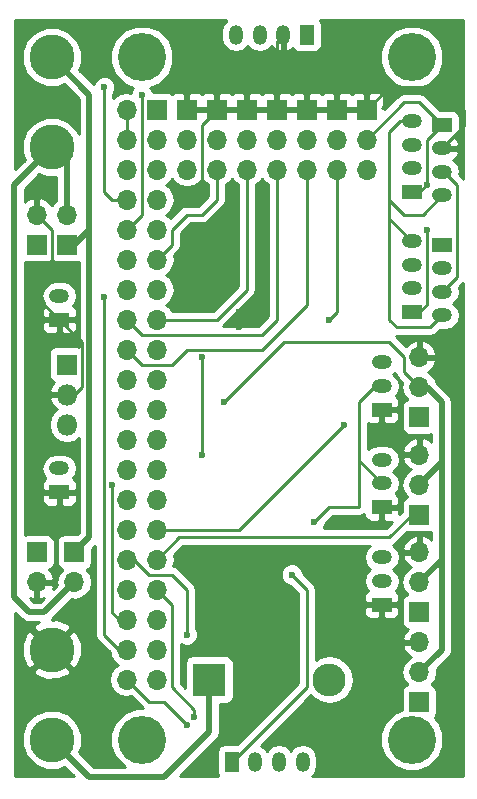
<source format=gbr>
G04 #@! TF.FileFunction,Copper,L2,Bot,Signal*
%FSLAX46Y46*%
G04 Gerber Fmt 4.6, Leading zero omitted, Abs format (unit mm)*
G04 Created by KiCad (PCBNEW 4.0.7) date 09/14/18 14:53:24*
%MOMM*%
%LPD*%
G01*
G04 APERTURE LIST*
%ADD10C,0.100000*%
%ADD11C,4.064000*%
%ADD12R,2.800000X2.800000*%
%ADD13O,2.800000X2.800000*%
%ADD14C,3.810000*%
%ADD15R,1.700000X1.700000*%
%ADD16O,1.700000X1.700000*%
%ADD17R,1.700000X1.200000*%
%ADD18O,1.700000X1.200000*%
%ADD19R,1.200000X1.700000*%
%ADD20O,1.200000X1.700000*%
%ADD21R,1.800000X1.800000*%
%ADD22O,1.800000X1.800000*%
%ADD23C,0.600000*%
%ADD24C,0.500000*%
%ADD25C,0.250000*%
%ADD26C,0.254000*%
G04 APERTURE END LIST*
D10*
D11*
X110490000Y-105410000D03*
X87630000Y-105410000D03*
X87630000Y-47625000D03*
X110490000Y-47625000D03*
D12*
X93345000Y-100330000D03*
D13*
X103505000Y-100330000D03*
D14*
X80010000Y-47625000D03*
X80010000Y-55245000D03*
X80010000Y-97790000D03*
X80010000Y-105410000D03*
D15*
X111125000Y-78105000D03*
D16*
X111125000Y-75565000D03*
X111125000Y-73025000D03*
D15*
X111125000Y-86360000D03*
D16*
X111125000Y-83820000D03*
X111125000Y-81280000D03*
D15*
X111125000Y-94615000D03*
D16*
X111125000Y-92075000D03*
X111125000Y-89535000D03*
D15*
X111125000Y-102235000D03*
D16*
X111125000Y-99695000D03*
X111125000Y-97155000D03*
D17*
X113030000Y-63500000D03*
D18*
X113030000Y-65500000D03*
X113030000Y-67500000D03*
X113030000Y-69500000D03*
D17*
X110490000Y-59055000D03*
D18*
X110490000Y-57055000D03*
X110490000Y-55055000D03*
X110490000Y-53055000D03*
D17*
X113030000Y-53340000D03*
D18*
X113030000Y-55340000D03*
X113030000Y-57340000D03*
X113030000Y-59340000D03*
D17*
X110490000Y-69215000D03*
D18*
X110490000Y-67215000D03*
X110490000Y-65215000D03*
X110490000Y-63215000D03*
D17*
X107950000Y-93980000D03*
D18*
X107950000Y-91980000D03*
X107950000Y-89980000D03*
D17*
X107950000Y-85725000D03*
D18*
X107950000Y-83725000D03*
X107950000Y-81725000D03*
D17*
X80645000Y-84455000D03*
D18*
X80645000Y-82455000D03*
D17*
X80645000Y-69850000D03*
D18*
X80645000Y-67850000D03*
D17*
X107950000Y-77470000D03*
D18*
X107950000Y-75470000D03*
X107950000Y-73470000D03*
D19*
X101600000Y-45720000D03*
D20*
X99600000Y-45720000D03*
X97600000Y-45720000D03*
X95600000Y-45720000D03*
D19*
X95250000Y-107315000D03*
D20*
X97250000Y-107315000D03*
X99250000Y-107315000D03*
X101250000Y-107315000D03*
D15*
X81280000Y-63500000D03*
D16*
X81280000Y-60960000D03*
D15*
X78740000Y-63500000D03*
D16*
X78740000Y-60960000D03*
D21*
X81280000Y-73660000D03*
D22*
X81280000Y-76200000D03*
X81280000Y-78740000D03*
D15*
X88900000Y-52070000D03*
D16*
X86360000Y-52070000D03*
X88900000Y-54610000D03*
X86360000Y-54610000D03*
X88900000Y-57150000D03*
X86360000Y-57150000D03*
X88900000Y-59690000D03*
X86360000Y-59690000D03*
X88900000Y-62230000D03*
X86360000Y-62230000D03*
X88900000Y-64770000D03*
X86360000Y-64770000D03*
X88900000Y-67310000D03*
X86360000Y-67310000D03*
X88900000Y-69850000D03*
X86360000Y-69850000D03*
X88900000Y-72390000D03*
X86360000Y-72390000D03*
X88900000Y-74930000D03*
X86360000Y-74930000D03*
X88900000Y-77470000D03*
X86360000Y-77470000D03*
X88900000Y-80010000D03*
X86360000Y-80010000D03*
X88900000Y-82550000D03*
X86360000Y-82550000D03*
X88900000Y-85090000D03*
X86360000Y-85090000D03*
X88900000Y-87630000D03*
X86360000Y-87630000D03*
X88900000Y-90170000D03*
X86360000Y-90170000D03*
X88900000Y-92710000D03*
X86360000Y-92710000D03*
X88900000Y-95250000D03*
X86360000Y-95250000D03*
X88900000Y-97790000D03*
X86360000Y-97790000D03*
X88900000Y-100330000D03*
X86360000Y-100330000D03*
D15*
X81915000Y-89535000D03*
D16*
X81915000Y-92075000D03*
D15*
X78740000Y-89535000D03*
D16*
X78740000Y-92075000D03*
D15*
X91440000Y-52070000D03*
D16*
X91440000Y-54610000D03*
X91440000Y-57150000D03*
D15*
X93980000Y-52070000D03*
D16*
X93980000Y-54610000D03*
X93980000Y-57150000D03*
D15*
X96520000Y-52070000D03*
D16*
X96520000Y-54610000D03*
X96520000Y-57150000D03*
D15*
X99060000Y-52070000D03*
D16*
X99060000Y-54610000D03*
X99060000Y-57150000D03*
D15*
X101600000Y-52070000D03*
D16*
X101600000Y-54610000D03*
X101600000Y-57150000D03*
D15*
X104140000Y-52070000D03*
D16*
X104140000Y-54610000D03*
X104140000Y-57150000D03*
D15*
X106680000Y-52070000D03*
D16*
X106680000Y-54610000D03*
X106680000Y-57150000D03*
D23*
X93345000Y-95250000D03*
X92075000Y-90170000D03*
X95885000Y-70485000D03*
X95885000Y-69215000D03*
X92075000Y-62230000D03*
X92075000Y-68580000D03*
X92710000Y-59690000D03*
X94615000Y-76835000D03*
X100330000Y-91440000D03*
X102235000Y-86995000D03*
X111760000Y-62230000D03*
X111760000Y-58420000D03*
X84455000Y-50165000D03*
X87630000Y-50800000D03*
X103505000Y-69850000D03*
X91440000Y-104140000D03*
X92075000Y-103505000D03*
X92710000Y-81280000D03*
X92710000Y-73025000D03*
X104775000Y-78740000D03*
X91440000Y-96520000D03*
X85090000Y-83820000D03*
X84455000Y-67945000D03*
D24*
X83185000Y-62230000D02*
X83185000Y-88265000D01*
X83185000Y-88265000D02*
X81915000Y-89535000D01*
X80010000Y-47625000D02*
X83185000Y-50800000D01*
X83185000Y-62230000D02*
X81915000Y-63500000D01*
X83185000Y-50800000D02*
X83185000Y-62230000D01*
X81915000Y-63500000D02*
X81280000Y-63500000D01*
D25*
X86360000Y-52070000D02*
X86360000Y-54610000D01*
X99060000Y-52070000D02*
X99060000Y-46260000D01*
X99060000Y-46260000D02*
X99600000Y-45720000D01*
X106680000Y-52070000D02*
X108585000Y-50165000D01*
X114935000Y-53435000D02*
X113030000Y-55340000D01*
X114935000Y-52070000D02*
X114935000Y-53435000D01*
X113030000Y-50165000D02*
X114935000Y-52070000D01*
X108585000Y-50165000D02*
X113030000Y-50165000D01*
X104140000Y-52070000D02*
X106680000Y-52070000D01*
X101600000Y-52070000D02*
X104140000Y-52070000D01*
X99060000Y-52070000D02*
X101600000Y-52070000D01*
X96520000Y-52070000D02*
X99060000Y-52070000D01*
X93980000Y-52070000D02*
X96520000Y-52070000D01*
X91440000Y-52070000D02*
X93980000Y-52070000D01*
X92710000Y-94615000D02*
X93345000Y-95250000D01*
X92710000Y-90805000D02*
X92710000Y-94615000D01*
X92075000Y-90170000D02*
X92710000Y-90805000D01*
X80645000Y-69850000D02*
X82550000Y-71755000D01*
X82550000Y-75565000D02*
X81915000Y-76200000D01*
X82550000Y-71755000D02*
X82550000Y-75565000D01*
X81915000Y-76200000D02*
X81280000Y-76200000D01*
X78740000Y-60960000D02*
X80010000Y-62230000D01*
X78740000Y-67945000D02*
X80645000Y-69850000D01*
X78740000Y-67310000D02*
X78740000Y-67945000D01*
X80010000Y-66040000D02*
X78740000Y-67310000D01*
X80010000Y-62230000D02*
X80010000Y-66040000D01*
X95885000Y-69215000D02*
X95885000Y-70485000D01*
X92075000Y-68580000D02*
X92075000Y-62230000D01*
X93980000Y-52070000D02*
X92710000Y-53340000D01*
X92710000Y-53340000D02*
X92710000Y-59690000D01*
X109855000Y-74295000D02*
X111125000Y-75565000D01*
X109855000Y-73025000D02*
X109855000Y-74295000D01*
X108585000Y-71755000D02*
X109855000Y-73025000D01*
X99695000Y-71755000D02*
X108585000Y-71755000D01*
X94615000Y-76835000D02*
X99695000Y-71755000D01*
D24*
X113030000Y-90170000D02*
X113030000Y-97790000D01*
X113030000Y-97790000D02*
X111125000Y-99695000D01*
X113030000Y-81915000D02*
X113030000Y-90170000D01*
X113030000Y-90170000D02*
X111125000Y-92075000D01*
X111125000Y-75565000D02*
X111760000Y-75565000D01*
X111760000Y-75565000D02*
X113030000Y-76835000D01*
X113030000Y-76835000D02*
X113030000Y-81915000D01*
X113030000Y-81915000D02*
X111125000Y-83820000D01*
D25*
X101600000Y-92710000D02*
X101600000Y-100965000D01*
X101600000Y-92710000D02*
X100330000Y-91440000D01*
X101600000Y-100965000D02*
X95250000Y-107315000D01*
X106045000Y-85725000D02*
X106045000Y-81915000D01*
X103505000Y-85725000D02*
X106045000Y-85725000D01*
X102235000Y-86995000D02*
X103505000Y-85725000D01*
X106680000Y-54610000D02*
X109855000Y-51435000D01*
X111125000Y-51435000D02*
X113030000Y-53340000D01*
X109855000Y-51435000D02*
X111125000Y-51435000D01*
X107950000Y-75470000D02*
X107410000Y-75470000D01*
X107410000Y-75470000D02*
X106045000Y-76835000D01*
X106045000Y-76835000D02*
X106045000Y-81915000D01*
X106045000Y-81915000D02*
X106045000Y-81820000D01*
X106045000Y-81820000D02*
X107950000Y-83725000D01*
X111125000Y-69215000D02*
X111760000Y-68580000D01*
X111760000Y-68580000D02*
X111760000Y-62230000D01*
X111125000Y-69215000D02*
X110490000Y-69215000D01*
X113030000Y-53340000D02*
X111760000Y-54610000D01*
X111760000Y-58420000D02*
X111125000Y-59055000D01*
X111760000Y-54610000D02*
X111760000Y-58420000D01*
X111125000Y-59055000D02*
X110490000Y-59055000D01*
D24*
X93345000Y-100330000D02*
X93345000Y-104775000D01*
X83185000Y-108585000D02*
X80010000Y-105410000D01*
X89535000Y-108585000D02*
X83185000Y-108585000D01*
X93345000Y-104775000D02*
X89535000Y-108585000D01*
X80010000Y-55245000D02*
X76835000Y-58420000D01*
X79375000Y-94615000D02*
X81915000Y-92075000D01*
X78105000Y-94615000D02*
X79375000Y-94615000D01*
X76835000Y-93345000D02*
X78105000Y-94615000D01*
X76835000Y-58420000D02*
X76835000Y-93345000D01*
X81280000Y-60960000D02*
X81280000Y-56515000D01*
X81280000Y-56515000D02*
X80010000Y-55245000D01*
D25*
X108585000Y-61310000D02*
X108585000Y-69850000D01*
X112045000Y-70485000D02*
X113030000Y-69500000D01*
X109220000Y-70485000D02*
X112045000Y-70485000D01*
X108585000Y-69850000D02*
X109220000Y-70485000D01*
X108585000Y-59055000D02*
X108585000Y-59690000D01*
X111410000Y-60960000D02*
X113030000Y-59340000D01*
X109855000Y-60960000D02*
X111410000Y-60960000D01*
X108585000Y-59690000D02*
X109855000Y-60960000D01*
X110490000Y-53055000D02*
X109505000Y-53055000D01*
X108585000Y-61310000D02*
X110490000Y-63215000D01*
X108585000Y-53975000D02*
X108585000Y-59055000D01*
X108585000Y-59055000D02*
X108585000Y-61310000D01*
X109505000Y-53055000D02*
X108585000Y-53975000D01*
X113030000Y-57340000D02*
X113220000Y-57340000D01*
X113220000Y-57340000D02*
X114300000Y-58420000D01*
X114300000Y-58420000D02*
X114300000Y-66230000D01*
X114300000Y-66230000D02*
X113030000Y-67500000D01*
X84455000Y-50165000D02*
X84455000Y-59055000D01*
X84455000Y-59055000D02*
X85090000Y-59690000D01*
X86360000Y-59690000D02*
X85090000Y-59690000D01*
X87630000Y-50800000D02*
X87630000Y-60960000D01*
X86360000Y-62230000D02*
X87630000Y-60960000D01*
X93980000Y-57150000D02*
X93980000Y-59690000D01*
X90170000Y-63500000D02*
X88900000Y-64770000D01*
X90170000Y-62230000D02*
X90170000Y-63500000D01*
X91440000Y-60960000D02*
X90170000Y-62230000D01*
X92710000Y-60960000D02*
X91440000Y-60960000D01*
X93980000Y-59690000D02*
X92710000Y-60960000D01*
X104140000Y-57150000D02*
X104140000Y-69215000D01*
X104140000Y-69215000D02*
X103505000Y-69850000D01*
X96520000Y-57150000D02*
X96520000Y-67310000D01*
X93980000Y-69850000D02*
X88900000Y-69850000D01*
X96520000Y-67310000D02*
X93980000Y-69850000D01*
X86360000Y-100330000D02*
X88265000Y-102235000D01*
X89535000Y-102235000D02*
X88265000Y-102235000D01*
X91440000Y-104140000D02*
X89535000Y-102235000D01*
X90170000Y-93980000D02*
X90170000Y-100965000D01*
X90170000Y-100965000D02*
X92075000Y-102870000D01*
X92075000Y-102870000D02*
X92075000Y-103505000D01*
X88900000Y-92710000D02*
X90170000Y-93980000D01*
X92710000Y-73025000D02*
X92710000Y-81280000D01*
X88900000Y-87630000D02*
X95885000Y-87630000D01*
X95885000Y-87630000D02*
X104775000Y-78740000D01*
X111125000Y-86360000D02*
X110490000Y-86360000D01*
X110490000Y-86360000D02*
X108585000Y-88265000D01*
X108585000Y-88265000D02*
X90805000Y-88265000D01*
X90805000Y-88265000D02*
X88900000Y-90170000D01*
X88265000Y-91440000D02*
X86995000Y-90170000D01*
X90170000Y-91440000D02*
X88265000Y-91440000D01*
X91440000Y-92710000D02*
X90170000Y-91440000D01*
X91440000Y-96520000D02*
X91440000Y-92710000D01*
X86995000Y-90170000D02*
X86360000Y-90170000D01*
X86360000Y-72390000D02*
X87630000Y-73660000D01*
X101600000Y-68580000D02*
X101600000Y-57150000D01*
X97790000Y-72390000D02*
X101600000Y-68580000D01*
X91440000Y-72390000D02*
X97790000Y-72390000D01*
X90170000Y-73660000D02*
X91440000Y-72390000D01*
X87630000Y-73660000D02*
X90170000Y-73660000D01*
X85090000Y-94615000D02*
X85725000Y-95250000D01*
X85090000Y-83820000D02*
X85090000Y-94615000D01*
X85725000Y-95250000D02*
X86360000Y-95250000D01*
X84455000Y-96520000D02*
X85725000Y-97790000D01*
X84455000Y-67945000D02*
X84455000Y-96520000D01*
X85725000Y-97790000D02*
X86360000Y-97790000D01*
X99060000Y-57150000D02*
X99060000Y-69850000D01*
X87630000Y-71120000D02*
X86360000Y-69850000D01*
X97790000Y-71120000D02*
X87630000Y-71120000D01*
X99060000Y-69850000D02*
X97790000Y-71120000D01*
D26*
G36*
X114860000Y-108510000D02*
X102059477Y-108510000D01*
X102123277Y-108467370D01*
X102390991Y-108066707D01*
X102485000Y-107594093D01*
X102485000Y-107035907D01*
X102390991Y-106563293D01*
X102123277Y-106162630D01*
X101722614Y-105894916D01*
X101250000Y-105800907D01*
X100777386Y-105894916D01*
X100376723Y-106162630D01*
X100250000Y-106352285D01*
X100123277Y-106162630D01*
X99722614Y-105894916D01*
X99250000Y-105800907D01*
X98777386Y-105894916D01*
X98376723Y-106162630D01*
X98247590Y-106355891D01*
X98079125Y-106133067D01*
X97718429Y-105921373D01*
X101963953Y-101675849D01*
X102026170Y-101768962D01*
X102686371Y-102210095D01*
X103465132Y-102365000D01*
X103544868Y-102365000D01*
X104323629Y-102210095D01*
X104983830Y-101768962D01*
X105424963Y-101108761D01*
X105579868Y-100330000D01*
X105424963Y-99551239D01*
X104983830Y-98891038D01*
X104323629Y-98449905D01*
X103544868Y-98295000D01*
X103465132Y-98295000D01*
X102686371Y-98449905D01*
X102360000Y-98667980D01*
X102360000Y-94265750D01*
X106465000Y-94265750D01*
X106465000Y-94706309D01*
X106561673Y-94939698D01*
X106740301Y-95118327D01*
X106973690Y-95215000D01*
X107664250Y-95215000D01*
X107823000Y-95056250D01*
X107823000Y-94107000D01*
X108077000Y-94107000D01*
X108077000Y-95056250D01*
X108235750Y-95215000D01*
X108926310Y-95215000D01*
X109159699Y-95118327D01*
X109338327Y-94939698D01*
X109435000Y-94706309D01*
X109435000Y-94265750D01*
X109276250Y-94107000D01*
X108077000Y-94107000D01*
X107823000Y-94107000D01*
X106623750Y-94107000D01*
X106465000Y-94265750D01*
X102360000Y-94265750D01*
X102360000Y-92710000D01*
X102302148Y-92419161D01*
X102302148Y-92419160D01*
X102137401Y-92172599D01*
X101265122Y-91300320D01*
X101265162Y-91254833D01*
X101123117Y-90911057D01*
X100860327Y-90647808D01*
X100516799Y-90505162D01*
X100144833Y-90504838D01*
X99801057Y-90646883D01*
X99537808Y-90909673D01*
X99395162Y-91253201D01*
X99394838Y-91625167D01*
X99536883Y-91968943D01*
X99799673Y-92232192D01*
X100143201Y-92374838D01*
X100190077Y-92374879D01*
X100840000Y-93024802D01*
X100840000Y-100650198D01*
X95672638Y-105817560D01*
X94650000Y-105817560D01*
X94414683Y-105861838D01*
X94198559Y-106000910D01*
X94053569Y-106213110D01*
X94002560Y-106465000D01*
X94002560Y-108165000D01*
X94046838Y-108400317D01*
X94117417Y-108510000D01*
X90861580Y-108510000D01*
X93970787Y-105400792D01*
X93970790Y-105400790D01*
X94162633Y-105113675D01*
X94173810Y-105057484D01*
X94230001Y-104775000D01*
X94230000Y-104774995D01*
X94230000Y-102377440D01*
X94745000Y-102377440D01*
X94980317Y-102333162D01*
X95196441Y-102194090D01*
X95341431Y-101981890D01*
X95392440Y-101730000D01*
X95392440Y-98930000D01*
X95348162Y-98694683D01*
X95209090Y-98478559D01*
X94996890Y-98333569D01*
X94745000Y-98282560D01*
X91945000Y-98282560D01*
X91709683Y-98326838D01*
X91493559Y-98465910D01*
X91348569Y-98678110D01*
X91297560Y-98930000D01*
X91297560Y-101017758D01*
X90930000Y-100650198D01*
X90930000Y-97320633D01*
X91253201Y-97454838D01*
X91625167Y-97455162D01*
X91968943Y-97313117D01*
X92232192Y-97050327D01*
X92374838Y-96706799D01*
X92375162Y-96334833D01*
X92233117Y-95991057D01*
X92200000Y-95957882D01*
X92200000Y-92710000D01*
X92142148Y-92419161D01*
X92142148Y-92419160D01*
X91977401Y-92172599D01*
X90707401Y-90902599D01*
X90460839Y-90737852D01*
X90307218Y-90707295D01*
X90414093Y-90170000D01*
X90341210Y-89803592D01*
X91119802Y-89025000D01*
X106919937Y-89025000D01*
X106797630Y-89106723D01*
X106529916Y-89507386D01*
X106435907Y-89980000D01*
X106529916Y-90452614D01*
X106797630Y-90853277D01*
X106987285Y-90980000D01*
X106797630Y-91106723D01*
X106529916Y-91507386D01*
X106435907Y-91980000D01*
X106529916Y-92452614D01*
X106779130Y-92825590D01*
X106740301Y-92841673D01*
X106561673Y-93020302D01*
X106465000Y-93253691D01*
X106465000Y-93694250D01*
X106623750Y-93853000D01*
X107823000Y-93853000D01*
X107823000Y-93833000D01*
X108077000Y-93833000D01*
X108077000Y-93853000D01*
X109276250Y-93853000D01*
X109435000Y-93694250D01*
X109435000Y-93253691D01*
X109338327Y-93020302D01*
X109159699Y-92841673D01*
X109120870Y-92825590D01*
X109370084Y-92452614D01*
X109464093Y-91980000D01*
X109370084Y-91507386D01*
X109102370Y-91106723D01*
X108912715Y-90980000D01*
X109102370Y-90853277D01*
X109370084Y-90452614D01*
X109464093Y-89980000D01*
X109370084Y-89507386D01*
X109150070Y-89178110D01*
X109683524Y-89178110D01*
X109804845Y-89408000D01*
X110998000Y-89408000D01*
X110998000Y-88214181D01*
X110768108Y-88093514D01*
X110243642Y-88339817D01*
X109853355Y-88768076D01*
X109683524Y-89178110D01*
X109150070Y-89178110D01*
X109102370Y-89106723D01*
X108884660Y-88961254D01*
X109122401Y-88802401D01*
X110102329Y-87822473D01*
X110275000Y-87857440D01*
X111975000Y-87857440D01*
X112145000Y-87825452D01*
X112145000Y-88491948D01*
X112006358Y-88339817D01*
X111481892Y-88093514D01*
X111252000Y-88214181D01*
X111252000Y-89408000D01*
X111272000Y-89408000D01*
X111272000Y-89662000D01*
X111252000Y-89662000D01*
X111252000Y-89682000D01*
X110998000Y-89682000D01*
X110998000Y-89662000D01*
X109804845Y-89662000D01*
X109683524Y-89891890D01*
X109853355Y-90301924D01*
X110243642Y-90730183D01*
X110386553Y-90797298D01*
X110045853Y-91024946D01*
X109723946Y-91506715D01*
X109610907Y-92075000D01*
X109723946Y-92643285D01*
X110045853Y-93125054D01*
X110087452Y-93152850D01*
X110039683Y-93161838D01*
X109823559Y-93300910D01*
X109678569Y-93513110D01*
X109627560Y-93765000D01*
X109627560Y-95465000D01*
X109671838Y-95700317D01*
X109810910Y-95916441D01*
X110023110Y-96061431D01*
X110131107Y-96083301D01*
X109853355Y-96388076D01*
X109683524Y-96798110D01*
X109804845Y-97028000D01*
X110998000Y-97028000D01*
X110998000Y-97008000D01*
X111252000Y-97008000D01*
X111252000Y-97028000D01*
X111272000Y-97028000D01*
X111272000Y-97282000D01*
X111252000Y-97282000D01*
X111252000Y-97302000D01*
X110998000Y-97302000D01*
X110998000Y-97282000D01*
X109804845Y-97282000D01*
X109683524Y-97511890D01*
X109853355Y-97921924D01*
X110243642Y-98350183D01*
X110386553Y-98417298D01*
X110045853Y-98644946D01*
X109723946Y-99126715D01*
X109610907Y-99695000D01*
X109723946Y-100263285D01*
X110045853Y-100745054D01*
X110087452Y-100772850D01*
X110039683Y-100781838D01*
X109823559Y-100920910D01*
X109678569Y-101133110D01*
X109627560Y-101385000D01*
X109627560Y-102880655D01*
X108981239Y-103147709D01*
X108230345Y-103897293D01*
X107823464Y-104877173D01*
X107822538Y-105938172D01*
X108227709Y-106918761D01*
X108977293Y-107669655D01*
X109957173Y-108076536D01*
X111018172Y-108077462D01*
X111998761Y-107672291D01*
X112749655Y-106922707D01*
X113156536Y-105942827D01*
X113157462Y-104881828D01*
X112752291Y-103901239D01*
X112410802Y-103559153D01*
X112426441Y-103549090D01*
X112571431Y-103336890D01*
X112622440Y-103085000D01*
X112622440Y-101385000D01*
X112578162Y-101149683D01*
X112439090Y-100933559D01*
X112226890Y-100788569D01*
X112159459Y-100774914D01*
X112204147Y-100745054D01*
X112526054Y-100263285D01*
X112639093Y-99695000D01*
X112595539Y-99476040D01*
X113655787Y-98415792D01*
X113655790Y-98415790D01*
X113847633Y-98128675D01*
X113858810Y-98072484D01*
X113915001Y-97790000D01*
X113915000Y-97789995D01*
X113915000Y-90170005D01*
X113915001Y-90170000D01*
X113915000Y-90169995D01*
X113915000Y-81915005D01*
X113915001Y-81915000D01*
X113915000Y-81914995D01*
X113915000Y-76835005D01*
X113915001Y-76835000D01*
X113847633Y-76496325D01*
X113796598Y-76419946D01*
X113655790Y-76209210D01*
X113655787Y-76209208D01*
X112546603Y-75100023D01*
X112526054Y-74996715D01*
X112204147Y-74514946D01*
X111863447Y-74287298D01*
X112006358Y-74220183D01*
X112396645Y-73791924D01*
X112566476Y-73381890D01*
X112445155Y-73152000D01*
X111252000Y-73152000D01*
X111252000Y-73172000D01*
X110998000Y-73172000D01*
X110998000Y-73152000D01*
X110978000Y-73152000D01*
X110978000Y-72898000D01*
X110998000Y-72898000D01*
X110998000Y-71704181D01*
X111252000Y-71704181D01*
X111252000Y-72898000D01*
X112445155Y-72898000D01*
X112566476Y-72668110D01*
X112396645Y-72258076D01*
X112006358Y-71829817D01*
X111481892Y-71583514D01*
X111252000Y-71704181D01*
X110998000Y-71704181D01*
X110768108Y-71583514D01*
X110243642Y-71829817D01*
X110000937Y-72096135D01*
X109132371Y-71227569D01*
X109220000Y-71245000D01*
X112045000Y-71245000D01*
X112335839Y-71187148D01*
X112582401Y-71022401D01*
X112869802Y-70735000D01*
X113309093Y-70735000D01*
X113781707Y-70640991D01*
X114182370Y-70373277D01*
X114450084Y-69972614D01*
X114544093Y-69500000D01*
X114450084Y-69027386D01*
X114182370Y-68626723D01*
X113992715Y-68500000D01*
X114182370Y-68373277D01*
X114450084Y-67972614D01*
X114544093Y-67500000D01*
X114471210Y-67133592D01*
X114837401Y-66767401D01*
X114860000Y-66733579D01*
X114860000Y-108510000D01*
X114860000Y-108510000D01*
G37*
X114860000Y-108510000D02*
X102059477Y-108510000D01*
X102123277Y-108467370D01*
X102390991Y-108066707D01*
X102485000Y-107594093D01*
X102485000Y-107035907D01*
X102390991Y-106563293D01*
X102123277Y-106162630D01*
X101722614Y-105894916D01*
X101250000Y-105800907D01*
X100777386Y-105894916D01*
X100376723Y-106162630D01*
X100250000Y-106352285D01*
X100123277Y-106162630D01*
X99722614Y-105894916D01*
X99250000Y-105800907D01*
X98777386Y-105894916D01*
X98376723Y-106162630D01*
X98247590Y-106355891D01*
X98079125Y-106133067D01*
X97718429Y-105921373D01*
X101963953Y-101675849D01*
X102026170Y-101768962D01*
X102686371Y-102210095D01*
X103465132Y-102365000D01*
X103544868Y-102365000D01*
X104323629Y-102210095D01*
X104983830Y-101768962D01*
X105424963Y-101108761D01*
X105579868Y-100330000D01*
X105424963Y-99551239D01*
X104983830Y-98891038D01*
X104323629Y-98449905D01*
X103544868Y-98295000D01*
X103465132Y-98295000D01*
X102686371Y-98449905D01*
X102360000Y-98667980D01*
X102360000Y-94265750D01*
X106465000Y-94265750D01*
X106465000Y-94706309D01*
X106561673Y-94939698D01*
X106740301Y-95118327D01*
X106973690Y-95215000D01*
X107664250Y-95215000D01*
X107823000Y-95056250D01*
X107823000Y-94107000D01*
X108077000Y-94107000D01*
X108077000Y-95056250D01*
X108235750Y-95215000D01*
X108926310Y-95215000D01*
X109159699Y-95118327D01*
X109338327Y-94939698D01*
X109435000Y-94706309D01*
X109435000Y-94265750D01*
X109276250Y-94107000D01*
X108077000Y-94107000D01*
X107823000Y-94107000D01*
X106623750Y-94107000D01*
X106465000Y-94265750D01*
X102360000Y-94265750D01*
X102360000Y-92710000D01*
X102302148Y-92419161D01*
X102302148Y-92419160D01*
X102137401Y-92172599D01*
X101265122Y-91300320D01*
X101265162Y-91254833D01*
X101123117Y-90911057D01*
X100860327Y-90647808D01*
X100516799Y-90505162D01*
X100144833Y-90504838D01*
X99801057Y-90646883D01*
X99537808Y-90909673D01*
X99395162Y-91253201D01*
X99394838Y-91625167D01*
X99536883Y-91968943D01*
X99799673Y-92232192D01*
X100143201Y-92374838D01*
X100190077Y-92374879D01*
X100840000Y-93024802D01*
X100840000Y-100650198D01*
X95672638Y-105817560D01*
X94650000Y-105817560D01*
X94414683Y-105861838D01*
X94198559Y-106000910D01*
X94053569Y-106213110D01*
X94002560Y-106465000D01*
X94002560Y-108165000D01*
X94046838Y-108400317D01*
X94117417Y-108510000D01*
X90861580Y-108510000D01*
X93970787Y-105400792D01*
X93970790Y-105400790D01*
X94162633Y-105113675D01*
X94173810Y-105057484D01*
X94230001Y-104775000D01*
X94230000Y-104774995D01*
X94230000Y-102377440D01*
X94745000Y-102377440D01*
X94980317Y-102333162D01*
X95196441Y-102194090D01*
X95341431Y-101981890D01*
X95392440Y-101730000D01*
X95392440Y-98930000D01*
X95348162Y-98694683D01*
X95209090Y-98478559D01*
X94996890Y-98333569D01*
X94745000Y-98282560D01*
X91945000Y-98282560D01*
X91709683Y-98326838D01*
X91493559Y-98465910D01*
X91348569Y-98678110D01*
X91297560Y-98930000D01*
X91297560Y-101017758D01*
X90930000Y-100650198D01*
X90930000Y-97320633D01*
X91253201Y-97454838D01*
X91625167Y-97455162D01*
X91968943Y-97313117D01*
X92232192Y-97050327D01*
X92374838Y-96706799D01*
X92375162Y-96334833D01*
X92233117Y-95991057D01*
X92200000Y-95957882D01*
X92200000Y-92710000D01*
X92142148Y-92419161D01*
X92142148Y-92419160D01*
X91977401Y-92172599D01*
X90707401Y-90902599D01*
X90460839Y-90737852D01*
X90307218Y-90707295D01*
X90414093Y-90170000D01*
X90341210Y-89803592D01*
X91119802Y-89025000D01*
X106919937Y-89025000D01*
X106797630Y-89106723D01*
X106529916Y-89507386D01*
X106435907Y-89980000D01*
X106529916Y-90452614D01*
X106797630Y-90853277D01*
X106987285Y-90980000D01*
X106797630Y-91106723D01*
X106529916Y-91507386D01*
X106435907Y-91980000D01*
X106529916Y-92452614D01*
X106779130Y-92825590D01*
X106740301Y-92841673D01*
X106561673Y-93020302D01*
X106465000Y-93253691D01*
X106465000Y-93694250D01*
X106623750Y-93853000D01*
X107823000Y-93853000D01*
X107823000Y-93833000D01*
X108077000Y-93833000D01*
X108077000Y-93853000D01*
X109276250Y-93853000D01*
X109435000Y-93694250D01*
X109435000Y-93253691D01*
X109338327Y-93020302D01*
X109159699Y-92841673D01*
X109120870Y-92825590D01*
X109370084Y-92452614D01*
X109464093Y-91980000D01*
X109370084Y-91507386D01*
X109102370Y-91106723D01*
X108912715Y-90980000D01*
X109102370Y-90853277D01*
X109370084Y-90452614D01*
X109464093Y-89980000D01*
X109370084Y-89507386D01*
X109150070Y-89178110D01*
X109683524Y-89178110D01*
X109804845Y-89408000D01*
X110998000Y-89408000D01*
X110998000Y-88214181D01*
X110768108Y-88093514D01*
X110243642Y-88339817D01*
X109853355Y-88768076D01*
X109683524Y-89178110D01*
X109150070Y-89178110D01*
X109102370Y-89106723D01*
X108884660Y-88961254D01*
X109122401Y-88802401D01*
X110102329Y-87822473D01*
X110275000Y-87857440D01*
X111975000Y-87857440D01*
X112145000Y-87825452D01*
X112145000Y-88491948D01*
X112006358Y-88339817D01*
X111481892Y-88093514D01*
X111252000Y-88214181D01*
X111252000Y-89408000D01*
X111272000Y-89408000D01*
X111272000Y-89662000D01*
X111252000Y-89662000D01*
X111252000Y-89682000D01*
X110998000Y-89682000D01*
X110998000Y-89662000D01*
X109804845Y-89662000D01*
X109683524Y-89891890D01*
X109853355Y-90301924D01*
X110243642Y-90730183D01*
X110386553Y-90797298D01*
X110045853Y-91024946D01*
X109723946Y-91506715D01*
X109610907Y-92075000D01*
X109723946Y-92643285D01*
X110045853Y-93125054D01*
X110087452Y-93152850D01*
X110039683Y-93161838D01*
X109823559Y-93300910D01*
X109678569Y-93513110D01*
X109627560Y-93765000D01*
X109627560Y-95465000D01*
X109671838Y-95700317D01*
X109810910Y-95916441D01*
X110023110Y-96061431D01*
X110131107Y-96083301D01*
X109853355Y-96388076D01*
X109683524Y-96798110D01*
X109804845Y-97028000D01*
X110998000Y-97028000D01*
X110998000Y-97008000D01*
X111252000Y-97008000D01*
X111252000Y-97028000D01*
X111272000Y-97028000D01*
X111272000Y-97282000D01*
X111252000Y-97282000D01*
X111252000Y-97302000D01*
X110998000Y-97302000D01*
X110998000Y-97282000D01*
X109804845Y-97282000D01*
X109683524Y-97511890D01*
X109853355Y-97921924D01*
X110243642Y-98350183D01*
X110386553Y-98417298D01*
X110045853Y-98644946D01*
X109723946Y-99126715D01*
X109610907Y-99695000D01*
X109723946Y-100263285D01*
X110045853Y-100745054D01*
X110087452Y-100772850D01*
X110039683Y-100781838D01*
X109823559Y-100920910D01*
X109678569Y-101133110D01*
X109627560Y-101385000D01*
X109627560Y-102880655D01*
X108981239Y-103147709D01*
X108230345Y-103897293D01*
X107823464Y-104877173D01*
X107822538Y-105938172D01*
X108227709Y-106918761D01*
X108977293Y-107669655D01*
X109957173Y-108076536D01*
X111018172Y-108077462D01*
X111998761Y-107672291D01*
X112749655Y-106922707D01*
X113156536Y-105942827D01*
X113157462Y-104881828D01*
X112752291Y-103901239D01*
X112410802Y-103559153D01*
X112426441Y-103549090D01*
X112571431Y-103336890D01*
X112622440Y-103085000D01*
X112622440Y-101385000D01*
X112578162Y-101149683D01*
X112439090Y-100933559D01*
X112226890Y-100788569D01*
X112159459Y-100774914D01*
X112204147Y-100745054D01*
X112526054Y-100263285D01*
X112639093Y-99695000D01*
X112595539Y-99476040D01*
X113655787Y-98415792D01*
X113655790Y-98415790D01*
X113847633Y-98128675D01*
X113858810Y-98072484D01*
X113915001Y-97790000D01*
X113915000Y-97789995D01*
X113915000Y-90170005D01*
X113915001Y-90170000D01*
X113915000Y-90169995D01*
X113915000Y-81915005D01*
X113915001Y-81915000D01*
X113915000Y-81914995D01*
X113915000Y-76835005D01*
X113915001Y-76835000D01*
X113847633Y-76496325D01*
X113796598Y-76419946D01*
X113655790Y-76209210D01*
X113655787Y-76209208D01*
X112546603Y-75100023D01*
X112526054Y-74996715D01*
X112204147Y-74514946D01*
X111863447Y-74287298D01*
X112006358Y-74220183D01*
X112396645Y-73791924D01*
X112566476Y-73381890D01*
X112445155Y-73152000D01*
X111252000Y-73152000D01*
X111252000Y-73172000D01*
X110998000Y-73172000D01*
X110998000Y-73152000D01*
X110978000Y-73152000D01*
X110978000Y-72898000D01*
X110998000Y-72898000D01*
X110998000Y-71704181D01*
X111252000Y-71704181D01*
X111252000Y-72898000D01*
X112445155Y-72898000D01*
X112566476Y-72668110D01*
X112396645Y-72258076D01*
X112006358Y-71829817D01*
X111481892Y-71583514D01*
X111252000Y-71704181D01*
X110998000Y-71704181D01*
X110768108Y-71583514D01*
X110243642Y-71829817D01*
X110000937Y-72096135D01*
X109132371Y-71227569D01*
X109220000Y-71245000D01*
X112045000Y-71245000D01*
X112335839Y-71187148D01*
X112582401Y-71022401D01*
X112869802Y-70735000D01*
X113309093Y-70735000D01*
X113781707Y-70640991D01*
X114182370Y-70373277D01*
X114450084Y-69972614D01*
X114544093Y-69500000D01*
X114450084Y-69027386D01*
X114182370Y-68626723D01*
X113992715Y-68500000D01*
X114182370Y-68373277D01*
X114450084Y-67972614D01*
X114544093Y-67500000D01*
X114471210Y-67133592D01*
X114837401Y-66767401D01*
X114860000Y-66733579D01*
X114860000Y-108510000D01*
G36*
X83695000Y-96520000D02*
X83752852Y-96810839D01*
X83917599Y-97057401D01*
X84894502Y-98034304D01*
X84958946Y-98358285D01*
X85280853Y-98840054D01*
X85610026Y-99060000D01*
X85280853Y-99279946D01*
X84958946Y-99761715D01*
X84845907Y-100330000D01*
X84958946Y-100898285D01*
X85280853Y-101380054D01*
X85762622Y-101701961D01*
X86330907Y-101815000D01*
X86389093Y-101815000D01*
X86706969Y-101751771D01*
X87698257Y-102743059D01*
X87101828Y-102742538D01*
X86121239Y-103147709D01*
X85370345Y-103897293D01*
X84963464Y-104877173D01*
X84962538Y-105938172D01*
X85367709Y-106918761D01*
X86117293Y-107669655D01*
X86190372Y-107700000D01*
X83551579Y-107700000D01*
X82320549Y-106468970D01*
X82549559Y-105917454D01*
X82550440Y-104906979D01*
X82164563Y-103973085D01*
X81450673Y-103257948D01*
X80517454Y-102870441D01*
X79506979Y-102869560D01*
X78573085Y-103255437D01*
X77857948Y-103969327D01*
X77470441Y-104902546D01*
X77469560Y-105913021D01*
X77855437Y-106846915D01*
X78569327Y-107562052D01*
X79502546Y-107949559D01*
X80513021Y-107950440D01*
X81069095Y-107720675D01*
X81858421Y-108510000D01*
X76910000Y-108510000D01*
X76910000Y-99596440D01*
X78383165Y-99596440D01*
X78592353Y-99957289D01*
X79529650Y-100334824D01*
X80540077Y-100324933D01*
X81427647Y-99957289D01*
X81636835Y-99596440D01*
X80010000Y-97969605D01*
X78383165Y-99596440D01*
X76910000Y-99596440D01*
X76910000Y-97309650D01*
X77465176Y-97309650D01*
X77475067Y-98320077D01*
X77842711Y-99207647D01*
X78203560Y-99416835D01*
X79830395Y-97790000D01*
X80189605Y-97790000D01*
X81816440Y-99416835D01*
X82177289Y-99207647D01*
X82554824Y-98270350D01*
X82544933Y-97259923D01*
X82177289Y-96372353D01*
X81816440Y-96163165D01*
X80189605Y-97790000D01*
X79830395Y-97790000D01*
X78203560Y-96163165D01*
X77842711Y-96372353D01*
X77465176Y-97309650D01*
X76910000Y-97309650D01*
X76910000Y-94671579D01*
X77479208Y-95240787D01*
X77479210Y-95240790D01*
X77680071Y-95375000D01*
X77766325Y-95432633D01*
X78105000Y-95500001D01*
X78105005Y-95500000D01*
X78888603Y-95500000D01*
X78592353Y-95622711D01*
X78383165Y-95983560D01*
X80010000Y-97610395D01*
X81636835Y-95983560D01*
X81427647Y-95622711D01*
X80490350Y-95245176D01*
X79986849Y-95250105D01*
X80000790Y-95240790D01*
X80000791Y-95240789D01*
X81715479Y-93526100D01*
X81885907Y-93560000D01*
X81944093Y-93560000D01*
X82512378Y-93446961D01*
X82994147Y-93125054D01*
X83316054Y-92643285D01*
X83429093Y-92075000D01*
X83316054Y-91506715D01*
X82994147Y-91024946D01*
X82952548Y-90997150D01*
X83000317Y-90988162D01*
X83216441Y-90849090D01*
X83361431Y-90636890D01*
X83412440Y-90385000D01*
X83412440Y-89289139D01*
X83695000Y-89006579D01*
X83695000Y-96520000D01*
X83695000Y-96520000D01*
G37*
X83695000Y-96520000D02*
X83752852Y-96810839D01*
X83917599Y-97057401D01*
X84894502Y-98034304D01*
X84958946Y-98358285D01*
X85280853Y-98840054D01*
X85610026Y-99060000D01*
X85280853Y-99279946D01*
X84958946Y-99761715D01*
X84845907Y-100330000D01*
X84958946Y-100898285D01*
X85280853Y-101380054D01*
X85762622Y-101701961D01*
X86330907Y-101815000D01*
X86389093Y-101815000D01*
X86706969Y-101751771D01*
X87698257Y-102743059D01*
X87101828Y-102742538D01*
X86121239Y-103147709D01*
X85370345Y-103897293D01*
X84963464Y-104877173D01*
X84962538Y-105938172D01*
X85367709Y-106918761D01*
X86117293Y-107669655D01*
X86190372Y-107700000D01*
X83551579Y-107700000D01*
X82320549Y-106468970D01*
X82549559Y-105917454D01*
X82550440Y-104906979D01*
X82164563Y-103973085D01*
X81450673Y-103257948D01*
X80517454Y-102870441D01*
X79506979Y-102869560D01*
X78573085Y-103255437D01*
X77857948Y-103969327D01*
X77470441Y-104902546D01*
X77469560Y-105913021D01*
X77855437Y-106846915D01*
X78569327Y-107562052D01*
X79502546Y-107949559D01*
X80513021Y-107950440D01*
X81069095Y-107720675D01*
X81858421Y-108510000D01*
X76910000Y-108510000D01*
X76910000Y-99596440D01*
X78383165Y-99596440D01*
X78592353Y-99957289D01*
X79529650Y-100334824D01*
X80540077Y-100324933D01*
X81427647Y-99957289D01*
X81636835Y-99596440D01*
X80010000Y-97969605D01*
X78383165Y-99596440D01*
X76910000Y-99596440D01*
X76910000Y-97309650D01*
X77465176Y-97309650D01*
X77475067Y-98320077D01*
X77842711Y-99207647D01*
X78203560Y-99416835D01*
X79830395Y-97790000D01*
X80189605Y-97790000D01*
X81816440Y-99416835D01*
X82177289Y-99207647D01*
X82554824Y-98270350D01*
X82544933Y-97259923D01*
X82177289Y-96372353D01*
X81816440Y-96163165D01*
X80189605Y-97790000D01*
X79830395Y-97790000D01*
X78203560Y-96163165D01*
X77842711Y-96372353D01*
X77465176Y-97309650D01*
X76910000Y-97309650D01*
X76910000Y-94671579D01*
X77479208Y-95240787D01*
X77479210Y-95240790D01*
X77680071Y-95375000D01*
X77766325Y-95432633D01*
X78105000Y-95500001D01*
X78105005Y-95500000D01*
X78888603Y-95500000D01*
X78592353Y-95622711D01*
X78383165Y-95983560D01*
X80010000Y-97610395D01*
X81636835Y-95983560D01*
X81427647Y-95622711D01*
X80490350Y-95245176D01*
X79986849Y-95250105D01*
X80000790Y-95240790D01*
X80000791Y-95240789D01*
X81715479Y-93526100D01*
X81885907Y-93560000D01*
X81944093Y-93560000D01*
X82512378Y-93446961D01*
X82994147Y-93125054D01*
X83316054Y-92643285D01*
X83429093Y-92075000D01*
X83316054Y-91506715D01*
X82994147Y-91024946D01*
X82952548Y-90997150D01*
X83000317Y-90988162D01*
X83216441Y-90849090D01*
X83361431Y-90636890D01*
X83412440Y-90385000D01*
X83412440Y-89289139D01*
X83695000Y-89006579D01*
X83695000Y-96520000D01*
G36*
X97377000Y-107188000D02*
X97397000Y-107188000D01*
X97397000Y-107442000D01*
X97377000Y-107442000D01*
X97377000Y-107462000D01*
X97123000Y-107462000D01*
X97123000Y-107442000D01*
X97103000Y-107442000D01*
X97103000Y-107188000D01*
X97123000Y-107188000D01*
X97123000Y-107168000D01*
X97377000Y-107168000D01*
X97377000Y-107188000D01*
X97377000Y-107188000D01*
G37*
X97377000Y-107188000D02*
X97397000Y-107188000D01*
X97397000Y-107442000D01*
X97377000Y-107442000D01*
X97377000Y-107462000D01*
X97123000Y-107462000D01*
X97123000Y-107442000D01*
X97103000Y-107442000D01*
X97103000Y-107188000D01*
X97123000Y-107188000D01*
X97123000Y-107168000D01*
X97377000Y-107168000D01*
X97377000Y-107188000D01*
G36*
X89027000Y-100203000D02*
X89047000Y-100203000D01*
X89047000Y-100457000D01*
X89027000Y-100457000D01*
X89027000Y-100477000D01*
X88773000Y-100477000D01*
X88773000Y-100457000D01*
X88753000Y-100457000D01*
X88753000Y-100203000D01*
X88773000Y-100203000D01*
X88773000Y-100183000D01*
X89027000Y-100183000D01*
X89027000Y-100203000D01*
X89027000Y-100203000D01*
G37*
X89027000Y-100203000D02*
X89047000Y-100203000D01*
X89047000Y-100457000D01*
X89027000Y-100457000D01*
X89027000Y-100477000D01*
X88773000Y-100477000D01*
X88773000Y-100457000D01*
X88753000Y-100457000D01*
X88753000Y-100203000D01*
X88773000Y-100203000D01*
X88773000Y-100183000D01*
X89027000Y-100183000D01*
X89027000Y-100203000D01*
G36*
X80178110Y-64946431D02*
X80430000Y-64997440D01*
X82130000Y-64997440D01*
X82300000Y-64965452D01*
X82300000Y-72136861D01*
X82180000Y-72112560D01*
X80380000Y-72112560D01*
X80144683Y-72156838D01*
X79928559Y-72295910D01*
X79783569Y-72508110D01*
X79732560Y-72760000D01*
X79732560Y-74560000D01*
X79776838Y-74795317D01*
X79915910Y-75011441D01*
X80128110Y-75156431D01*
X80179146Y-75166766D01*
X80042034Y-75292424D01*
X79788954Y-75835258D01*
X79909003Y-76073000D01*
X81153000Y-76073000D01*
X81153000Y-76053000D01*
X81407000Y-76053000D01*
X81407000Y-76073000D01*
X81427000Y-76073000D01*
X81427000Y-76327000D01*
X81407000Y-76327000D01*
X81407000Y-76347000D01*
X81153000Y-76347000D01*
X81153000Y-76327000D01*
X79909003Y-76327000D01*
X79788954Y-76564742D01*
X80042034Y-77107576D01*
X80432582Y-77465499D01*
X80194591Y-77624519D01*
X79861845Y-78122509D01*
X79745000Y-78709928D01*
X79745000Y-78770072D01*
X79861845Y-79357491D01*
X80194591Y-79855481D01*
X80692581Y-80188227D01*
X81280000Y-80305072D01*
X81867419Y-80188227D01*
X82300000Y-79899186D01*
X82300000Y-87898421D01*
X82160861Y-88037560D01*
X81065000Y-88037560D01*
X80829683Y-88081838D01*
X80613559Y-88220910D01*
X80468569Y-88433110D01*
X80417560Y-88685000D01*
X80417560Y-90385000D01*
X80461838Y-90620317D01*
X80600910Y-90836441D01*
X80813110Y-90981431D01*
X80880541Y-90995086D01*
X80835853Y-91024946D01*
X80513946Y-91506715D01*
X80400907Y-92075000D01*
X80444461Y-92293960D01*
X80093059Y-92645362D01*
X80181476Y-92431890D01*
X80060155Y-92202000D01*
X78867000Y-92202000D01*
X78867000Y-93395819D01*
X79096892Y-93516486D01*
X79332654Y-93405766D01*
X79008420Y-93730000D01*
X78471579Y-93730000D01*
X78147345Y-93405765D01*
X78383108Y-93516486D01*
X78613000Y-93395819D01*
X78613000Y-92202000D01*
X78593000Y-92202000D01*
X78593000Y-91948000D01*
X78613000Y-91948000D01*
X78613000Y-91928000D01*
X78867000Y-91928000D01*
X78867000Y-91948000D01*
X80060155Y-91948000D01*
X80181476Y-91718110D01*
X80011645Y-91308076D01*
X79735499Y-91005063D01*
X79825317Y-90988162D01*
X80041441Y-90849090D01*
X80186431Y-90636890D01*
X80237440Y-90385000D01*
X80237440Y-88685000D01*
X80193162Y-88449683D01*
X80054090Y-88233559D01*
X79841890Y-88088569D01*
X79590000Y-88037560D01*
X77890000Y-88037560D01*
X77720000Y-88069548D01*
X77720000Y-84740750D01*
X79160000Y-84740750D01*
X79160000Y-85181309D01*
X79256673Y-85414698D01*
X79435301Y-85593327D01*
X79668690Y-85690000D01*
X80359250Y-85690000D01*
X80518000Y-85531250D01*
X80518000Y-84582000D01*
X80772000Y-84582000D01*
X80772000Y-85531250D01*
X80930750Y-85690000D01*
X81621310Y-85690000D01*
X81854699Y-85593327D01*
X82033327Y-85414698D01*
X82130000Y-85181309D01*
X82130000Y-84740750D01*
X81971250Y-84582000D01*
X80772000Y-84582000D01*
X80518000Y-84582000D01*
X79318750Y-84582000D01*
X79160000Y-84740750D01*
X77720000Y-84740750D01*
X77720000Y-82455000D01*
X79130907Y-82455000D01*
X79224916Y-82927614D01*
X79474130Y-83300590D01*
X79435301Y-83316673D01*
X79256673Y-83495302D01*
X79160000Y-83728691D01*
X79160000Y-84169250D01*
X79318750Y-84328000D01*
X80518000Y-84328000D01*
X80518000Y-84308000D01*
X80772000Y-84308000D01*
X80772000Y-84328000D01*
X81971250Y-84328000D01*
X82130000Y-84169250D01*
X82130000Y-83728691D01*
X82033327Y-83495302D01*
X81854699Y-83316673D01*
X81815870Y-83300590D01*
X82065084Y-82927614D01*
X82159093Y-82455000D01*
X82065084Y-81982386D01*
X81797370Y-81581723D01*
X81396707Y-81314009D01*
X80924093Y-81220000D01*
X80365907Y-81220000D01*
X79893293Y-81314009D01*
X79492630Y-81581723D01*
X79224916Y-81982386D01*
X79130907Y-82455000D01*
X77720000Y-82455000D01*
X77720000Y-70135750D01*
X79160000Y-70135750D01*
X79160000Y-70576309D01*
X79256673Y-70809698D01*
X79435301Y-70988327D01*
X79668690Y-71085000D01*
X80359250Y-71085000D01*
X80518000Y-70926250D01*
X80518000Y-69977000D01*
X80772000Y-69977000D01*
X80772000Y-70926250D01*
X80930750Y-71085000D01*
X81621310Y-71085000D01*
X81854699Y-70988327D01*
X82033327Y-70809698D01*
X82130000Y-70576309D01*
X82130000Y-70135750D01*
X81971250Y-69977000D01*
X80772000Y-69977000D01*
X80518000Y-69977000D01*
X79318750Y-69977000D01*
X79160000Y-70135750D01*
X77720000Y-70135750D01*
X77720000Y-67850000D01*
X79130907Y-67850000D01*
X79224916Y-68322614D01*
X79474130Y-68695590D01*
X79435301Y-68711673D01*
X79256673Y-68890302D01*
X79160000Y-69123691D01*
X79160000Y-69564250D01*
X79318750Y-69723000D01*
X80518000Y-69723000D01*
X80518000Y-69703000D01*
X80772000Y-69703000D01*
X80772000Y-69723000D01*
X81971250Y-69723000D01*
X82130000Y-69564250D01*
X82130000Y-69123691D01*
X82033327Y-68890302D01*
X81854699Y-68711673D01*
X81815870Y-68695590D01*
X82065084Y-68322614D01*
X82159093Y-67850000D01*
X82065084Y-67377386D01*
X81797370Y-66976723D01*
X81396707Y-66709009D01*
X80924093Y-66615000D01*
X80365907Y-66615000D01*
X79893293Y-66709009D01*
X79492630Y-66976723D01*
X79224916Y-67377386D01*
X79130907Y-67850000D01*
X77720000Y-67850000D01*
X77720000Y-64963014D01*
X77890000Y-64997440D01*
X79590000Y-64997440D01*
X79825317Y-64953162D01*
X80012077Y-64832985D01*
X80178110Y-64946431D01*
X80178110Y-64946431D01*
G37*
X80178110Y-64946431D02*
X80430000Y-64997440D01*
X82130000Y-64997440D01*
X82300000Y-64965452D01*
X82300000Y-72136861D01*
X82180000Y-72112560D01*
X80380000Y-72112560D01*
X80144683Y-72156838D01*
X79928559Y-72295910D01*
X79783569Y-72508110D01*
X79732560Y-72760000D01*
X79732560Y-74560000D01*
X79776838Y-74795317D01*
X79915910Y-75011441D01*
X80128110Y-75156431D01*
X80179146Y-75166766D01*
X80042034Y-75292424D01*
X79788954Y-75835258D01*
X79909003Y-76073000D01*
X81153000Y-76073000D01*
X81153000Y-76053000D01*
X81407000Y-76053000D01*
X81407000Y-76073000D01*
X81427000Y-76073000D01*
X81427000Y-76327000D01*
X81407000Y-76327000D01*
X81407000Y-76347000D01*
X81153000Y-76347000D01*
X81153000Y-76327000D01*
X79909003Y-76327000D01*
X79788954Y-76564742D01*
X80042034Y-77107576D01*
X80432582Y-77465499D01*
X80194591Y-77624519D01*
X79861845Y-78122509D01*
X79745000Y-78709928D01*
X79745000Y-78770072D01*
X79861845Y-79357491D01*
X80194591Y-79855481D01*
X80692581Y-80188227D01*
X81280000Y-80305072D01*
X81867419Y-80188227D01*
X82300000Y-79899186D01*
X82300000Y-87898421D01*
X82160861Y-88037560D01*
X81065000Y-88037560D01*
X80829683Y-88081838D01*
X80613559Y-88220910D01*
X80468569Y-88433110D01*
X80417560Y-88685000D01*
X80417560Y-90385000D01*
X80461838Y-90620317D01*
X80600910Y-90836441D01*
X80813110Y-90981431D01*
X80880541Y-90995086D01*
X80835853Y-91024946D01*
X80513946Y-91506715D01*
X80400907Y-92075000D01*
X80444461Y-92293960D01*
X80093059Y-92645362D01*
X80181476Y-92431890D01*
X80060155Y-92202000D01*
X78867000Y-92202000D01*
X78867000Y-93395819D01*
X79096892Y-93516486D01*
X79332654Y-93405766D01*
X79008420Y-93730000D01*
X78471579Y-93730000D01*
X78147345Y-93405765D01*
X78383108Y-93516486D01*
X78613000Y-93395819D01*
X78613000Y-92202000D01*
X78593000Y-92202000D01*
X78593000Y-91948000D01*
X78613000Y-91948000D01*
X78613000Y-91928000D01*
X78867000Y-91928000D01*
X78867000Y-91948000D01*
X80060155Y-91948000D01*
X80181476Y-91718110D01*
X80011645Y-91308076D01*
X79735499Y-91005063D01*
X79825317Y-90988162D01*
X80041441Y-90849090D01*
X80186431Y-90636890D01*
X80237440Y-90385000D01*
X80237440Y-88685000D01*
X80193162Y-88449683D01*
X80054090Y-88233559D01*
X79841890Y-88088569D01*
X79590000Y-88037560D01*
X77890000Y-88037560D01*
X77720000Y-88069548D01*
X77720000Y-84740750D01*
X79160000Y-84740750D01*
X79160000Y-85181309D01*
X79256673Y-85414698D01*
X79435301Y-85593327D01*
X79668690Y-85690000D01*
X80359250Y-85690000D01*
X80518000Y-85531250D01*
X80518000Y-84582000D01*
X80772000Y-84582000D01*
X80772000Y-85531250D01*
X80930750Y-85690000D01*
X81621310Y-85690000D01*
X81854699Y-85593327D01*
X82033327Y-85414698D01*
X82130000Y-85181309D01*
X82130000Y-84740750D01*
X81971250Y-84582000D01*
X80772000Y-84582000D01*
X80518000Y-84582000D01*
X79318750Y-84582000D01*
X79160000Y-84740750D01*
X77720000Y-84740750D01*
X77720000Y-82455000D01*
X79130907Y-82455000D01*
X79224916Y-82927614D01*
X79474130Y-83300590D01*
X79435301Y-83316673D01*
X79256673Y-83495302D01*
X79160000Y-83728691D01*
X79160000Y-84169250D01*
X79318750Y-84328000D01*
X80518000Y-84328000D01*
X80518000Y-84308000D01*
X80772000Y-84308000D01*
X80772000Y-84328000D01*
X81971250Y-84328000D01*
X82130000Y-84169250D01*
X82130000Y-83728691D01*
X82033327Y-83495302D01*
X81854699Y-83316673D01*
X81815870Y-83300590D01*
X82065084Y-82927614D01*
X82159093Y-82455000D01*
X82065084Y-81982386D01*
X81797370Y-81581723D01*
X81396707Y-81314009D01*
X80924093Y-81220000D01*
X80365907Y-81220000D01*
X79893293Y-81314009D01*
X79492630Y-81581723D01*
X79224916Y-81982386D01*
X79130907Y-82455000D01*
X77720000Y-82455000D01*
X77720000Y-70135750D01*
X79160000Y-70135750D01*
X79160000Y-70576309D01*
X79256673Y-70809698D01*
X79435301Y-70988327D01*
X79668690Y-71085000D01*
X80359250Y-71085000D01*
X80518000Y-70926250D01*
X80518000Y-69977000D01*
X80772000Y-69977000D01*
X80772000Y-70926250D01*
X80930750Y-71085000D01*
X81621310Y-71085000D01*
X81854699Y-70988327D01*
X82033327Y-70809698D01*
X82130000Y-70576309D01*
X82130000Y-70135750D01*
X81971250Y-69977000D01*
X80772000Y-69977000D01*
X80518000Y-69977000D01*
X79318750Y-69977000D01*
X79160000Y-70135750D01*
X77720000Y-70135750D01*
X77720000Y-67850000D01*
X79130907Y-67850000D01*
X79224916Y-68322614D01*
X79474130Y-68695590D01*
X79435301Y-68711673D01*
X79256673Y-68890302D01*
X79160000Y-69123691D01*
X79160000Y-69564250D01*
X79318750Y-69723000D01*
X80518000Y-69723000D01*
X80518000Y-69703000D01*
X80772000Y-69703000D01*
X80772000Y-69723000D01*
X81971250Y-69723000D01*
X82130000Y-69564250D01*
X82130000Y-69123691D01*
X82033327Y-68890302D01*
X81854699Y-68711673D01*
X81815870Y-68695590D01*
X82065084Y-68322614D01*
X82159093Y-67850000D01*
X82065084Y-67377386D01*
X81797370Y-66976723D01*
X81396707Y-66709009D01*
X80924093Y-66615000D01*
X80365907Y-66615000D01*
X79893293Y-66709009D01*
X79492630Y-66976723D01*
X79224916Y-67377386D01*
X79130907Y-67850000D01*
X77720000Y-67850000D01*
X77720000Y-64963014D01*
X77890000Y-64997440D01*
X79590000Y-64997440D01*
X79825317Y-64953162D01*
X80012077Y-64832985D01*
X80178110Y-64946431D01*
G36*
X109152852Y-74585839D02*
X109317599Y-74832401D01*
X109683790Y-75198592D01*
X109610907Y-75565000D01*
X109723946Y-76133285D01*
X110045853Y-76615054D01*
X110087452Y-76642850D01*
X110039683Y-76651838D01*
X109823559Y-76790910D01*
X109678569Y-77003110D01*
X109627560Y-77255000D01*
X109627560Y-78955000D01*
X109671838Y-79190317D01*
X109810910Y-79406441D01*
X110023110Y-79551431D01*
X110275000Y-79602440D01*
X111975000Y-79602440D01*
X112145000Y-79570452D01*
X112145000Y-80236948D01*
X112006358Y-80084817D01*
X111481892Y-79838514D01*
X111252000Y-79959181D01*
X111252000Y-81153000D01*
X111272000Y-81153000D01*
X111272000Y-81407000D01*
X111252000Y-81407000D01*
X111252000Y-81427000D01*
X110998000Y-81427000D01*
X110998000Y-81407000D01*
X109804845Y-81407000D01*
X109683524Y-81636890D01*
X109853355Y-82046924D01*
X110243642Y-82475183D01*
X110386553Y-82542298D01*
X110045853Y-82769946D01*
X109723946Y-83251715D01*
X109610907Y-83820000D01*
X109723946Y-84388285D01*
X110045853Y-84870054D01*
X110087452Y-84897850D01*
X110039683Y-84906838D01*
X109823559Y-85045910D01*
X109678569Y-85258110D01*
X109627560Y-85510000D01*
X109627560Y-86147638D01*
X109435000Y-86340198D01*
X109435000Y-86010750D01*
X109276250Y-85852000D01*
X108077000Y-85852000D01*
X108077000Y-86801250D01*
X108235750Y-86960000D01*
X108815198Y-86960000D01*
X108270198Y-87505000D01*
X103035633Y-87505000D01*
X103169838Y-87181799D01*
X103169879Y-87134923D01*
X103819802Y-86485000D01*
X106045000Y-86485000D01*
X106335839Y-86427148D01*
X106465000Y-86340846D01*
X106465000Y-86451309D01*
X106561673Y-86684698D01*
X106740301Y-86863327D01*
X106973690Y-86960000D01*
X107664250Y-86960000D01*
X107823000Y-86801250D01*
X107823000Y-85852000D01*
X107803000Y-85852000D01*
X107803000Y-85598000D01*
X107823000Y-85598000D01*
X107823000Y-85578000D01*
X108077000Y-85578000D01*
X108077000Y-85598000D01*
X109276250Y-85598000D01*
X109435000Y-85439250D01*
X109435000Y-84998691D01*
X109338327Y-84765302D01*
X109159699Y-84586673D01*
X109120870Y-84570590D01*
X109370084Y-84197614D01*
X109464093Y-83725000D01*
X109370084Y-83252386D01*
X109102370Y-82851723D01*
X108912715Y-82725000D01*
X109102370Y-82598277D01*
X109370084Y-82197614D01*
X109464093Y-81725000D01*
X109370084Y-81252386D01*
X109150070Y-80923110D01*
X109683524Y-80923110D01*
X109804845Y-81153000D01*
X110998000Y-81153000D01*
X110998000Y-79959181D01*
X110768108Y-79838514D01*
X110243642Y-80084817D01*
X109853355Y-80513076D01*
X109683524Y-80923110D01*
X109150070Y-80923110D01*
X109102370Y-80851723D01*
X108701707Y-80584009D01*
X108229093Y-80490000D01*
X107670907Y-80490000D01*
X107198293Y-80584009D01*
X106805000Y-80846799D01*
X106805000Y-78635126D01*
X106973690Y-78705000D01*
X107664250Y-78705000D01*
X107823000Y-78546250D01*
X107823000Y-77597000D01*
X108077000Y-77597000D01*
X108077000Y-78546250D01*
X108235750Y-78705000D01*
X108926310Y-78705000D01*
X109159699Y-78608327D01*
X109338327Y-78429698D01*
X109435000Y-78196309D01*
X109435000Y-77755750D01*
X109276250Y-77597000D01*
X108077000Y-77597000D01*
X107823000Y-77597000D01*
X107803000Y-77597000D01*
X107803000Y-77343000D01*
X107823000Y-77343000D01*
X107823000Y-77323000D01*
X108077000Y-77323000D01*
X108077000Y-77343000D01*
X109276250Y-77343000D01*
X109435000Y-77184250D01*
X109435000Y-76743691D01*
X109338327Y-76510302D01*
X109159699Y-76331673D01*
X109120870Y-76315590D01*
X109370084Y-75942614D01*
X109464093Y-75470000D01*
X109370084Y-74997386D01*
X109102370Y-74596723D01*
X108912715Y-74470000D01*
X109102370Y-74343277D01*
X109104091Y-74340702D01*
X109152852Y-74585839D01*
X109152852Y-74585839D01*
G37*
X109152852Y-74585839D02*
X109317599Y-74832401D01*
X109683790Y-75198592D01*
X109610907Y-75565000D01*
X109723946Y-76133285D01*
X110045853Y-76615054D01*
X110087452Y-76642850D01*
X110039683Y-76651838D01*
X109823559Y-76790910D01*
X109678569Y-77003110D01*
X109627560Y-77255000D01*
X109627560Y-78955000D01*
X109671838Y-79190317D01*
X109810910Y-79406441D01*
X110023110Y-79551431D01*
X110275000Y-79602440D01*
X111975000Y-79602440D01*
X112145000Y-79570452D01*
X112145000Y-80236948D01*
X112006358Y-80084817D01*
X111481892Y-79838514D01*
X111252000Y-79959181D01*
X111252000Y-81153000D01*
X111272000Y-81153000D01*
X111272000Y-81407000D01*
X111252000Y-81407000D01*
X111252000Y-81427000D01*
X110998000Y-81427000D01*
X110998000Y-81407000D01*
X109804845Y-81407000D01*
X109683524Y-81636890D01*
X109853355Y-82046924D01*
X110243642Y-82475183D01*
X110386553Y-82542298D01*
X110045853Y-82769946D01*
X109723946Y-83251715D01*
X109610907Y-83820000D01*
X109723946Y-84388285D01*
X110045853Y-84870054D01*
X110087452Y-84897850D01*
X110039683Y-84906838D01*
X109823559Y-85045910D01*
X109678569Y-85258110D01*
X109627560Y-85510000D01*
X109627560Y-86147638D01*
X109435000Y-86340198D01*
X109435000Y-86010750D01*
X109276250Y-85852000D01*
X108077000Y-85852000D01*
X108077000Y-86801250D01*
X108235750Y-86960000D01*
X108815198Y-86960000D01*
X108270198Y-87505000D01*
X103035633Y-87505000D01*
X103169838Y-87181799D01*
X103169879Y-87134923D01*
X103819802Y-86485000D01*
X106045000Y-86485000D01*
X106335839Y-86427148D01*
X106465000Y-86340846D01*
X106465000Y-86451309D01*
X106561673Y-86684698D01*
X106740301Y-86863327D01*
X106973690Y-86960000D01*
X107664250Y-86960000D01*
X107823000Y-86801250D01*
X107823000Y-85852000D01*
X107803000Y-85852000D01*
X107803000Y-85598000D01*
X107823000Y-85598000D01*
X107823000Y-85578000D01*
X108077000Y-85578000D01*
X108077000Y-85598000D01*
X109276250Y-85598000D01*
X109435000Y-85439250D01*
X109435000Y-84998691D01*
X109338327Y-84765302D01*
X109159699Y-84586673D01*
X109120870Y-84570590D01*
X109370084Y-84197614D01*
X109464093Y-83725000D01*
X109370084Y-83252386D01*
X109102370Y-82851723D01*
X108912715Y-82725000D01*
X109102370Y-82598277D01*
X109370084Y-82197614D01*
X109464093Y-81725000D01*
X109370084Y-81252386D01*
X109150070Y-80923110D01*
X109683524Y-80923110D01*
X109804845Y-81153000D01*
X110998000Y-81153000D01*
X110998000Y-79959181D01*
X110768108Y-79838514D01*
X110243642Y-80084817D01*
X109853355Y-80513076D01*
X109683524Y-80923110D01*
X109150070Y-80923110D01*
X109102370Y-80851723D01*
X108701707Y-80584009D01*
X108229093Y-80490000D01*
X107670907Y-80490000D01*
X107198293Y-80584009D01*
X106805000Y-80846799D01*
X106805000Y-78635126D01*
X106973690Y-78705000D01*
X107664250Y-78705000D01*
X107823000Y-78546250D01*
X107823000Y-77597000D01*
X108077000Y-77597000D01*
X108077000Y-78546250D01*
X108235750Y-78705000D01*
X108926310Y-78705000D01*
X109159699Y-78608327D01*
X109338327Y-78429698D01*
X109435000Y-78196309D01*
X109435000Y-77755750D01*
X109276250Y-77597000D01*
X108077000Y-77597000D01*
X107823000Y-77597000D01*
X107803000Y-77597000D01*
X107803000Y-77343000D01*
X107823000Y-77343000D01*
X107823000Y-77323000D01*
X108077000Y-77323000D01*
X108077000Y-77343000D01*
X109276250Y-77343000D01*
X109435000Y-77184250D01*
X109435000Y-76743691D01*
X109338327Y-76510302D01*
X109159699Y-76331673D01*
X109120870Y-76315590D01*
X109370084Y-75942614D01*
X109464093Y-75470000D01*
X109370084Y-74997386D01*
X109102370Y-74596723D01*
X108912715Y-74470000D01*
X109102370Y-74343277D01*
X109104091Y-74340702D01*
X109152852Y-74585839D01*
G36*
X97980853Y-58200054D02*
X98300000Y-58413301D01*
X98300000Y-69535198D01*
X97475198Y-70360000D01*
X94544802Y-70360000D01*
X97057401Y-67847401D01*
X97222148Y-67600840D01*
X97242206Y-67500000D01*
X97280000Y-67310000D01*
X97280000Y-58413301D01*
X97599147Y-58200054D01*
X97790000Y-57914422D01*
X97980853Y-58200054D01*
X97980853Y-58200054D01*
G37*
X97980853Y-58200054D02*
X98300000Y-58413301D01*
X98300000Y-69535198D01*
X97475198Y-70360000D01*
X94544802Y-70360000D01*
X97057401Y-67847401D01*
X97222148Y-67600840D01*
X97242206Y-67500000D01*
X97280000Y-67310000D01*
X97280000Y-58413301D01*
X97599147Y-58200054D01*
X97790000Y-57914422D01*
X97980853Y-58200054D01*
G36*
X95440853Y-58200054D02*
X95760000Y-58413301D01*
X95760000Y-66995198D01*
X93665198Y-69090000D01*
X90172954Y-69090000D01*
X89979147Y-68799946D01*
X89649974Y-68580000D01*
X89979147Y-68360054D01*
X90301054Y-67878285D01*
X90414093Y-67310000D01*
X90301054Y-66741715D01*
X89979147Y-66259946D01*
X89649974Y-66040000D01*
X89979147Y-65820054D01*
X90301054Y-65338285D01*
X90414093Y-64770000D01*
X90341210Y-64403592D01*
X90707401Y-64037401D01*
X90872148Y-63790840D01*
X90930000Y-63500000D01*
X90930000Y-62544802D01*
X91754802Y-61720000D01*
X92710000Y-61720000D01*
X93000839Y-61662148D01*
X93247401Y-61497401D01*
X94517401Y-60227401D01*
X94682148Y-59980840D01*
X94740000Y-59690000D01*
X94740000Y-58413301D01*
X95059147Y-58200054D01*
X95250000Y-57914422D01*
X95440853Y-58200054D01*
X95440853Y-58200054D01*
G37*
X95440853Y-58200054D02*
X95760000Y-58413301D01*
X95760000Y-66995198D01*
X93665198Y-69090000D01*
X90172954Y-69090000D01*
X89979147Y-68799946D01*
X89649974Y-68580000D01*
X89979147Y-68360054D01*
X90301054Y-67878285D01*
X90414093Y-67310000D01*
X90301054Y-66741715D01*
X89979147Y-66259946D01*
X89649974Y-66040000D01*
X89979147Y-65820054D01*
X90301054Y-65338285D01*
X90414093Y-64770000D01*
X90341210Y-64403592D01*
X90707401Y-64037401D01*
X90872148Y-63790840D01*
X90930000Y-63500000D01*
X90930000Y-62544802D01*
X91754802Y-61720000D01*
X92710000Y-61720000D01*
X93000839Y-61662148D01*
X93247401Y-61497401D01*
X94517401Y-60227401D01*
X94682148Y-59980840D01*
X94740000Y-59690000D01*
X94740000Y-58413301D01*
X95059147Y-58200054D01*
X95250000Y-57914422D01*
X95440853Y-58200054D01*
G36*
X110617000Y-67088000D02*
X110637000Y-67088000D01*
X110637000Y-67342000D01*
X110617000Y-67342000D01*
X110617000Y-67362000D01*
X110363000Y-67362000D01*
X110363000Y-67342000D01*
X110343000Y-67342000D01*
X110343000Y-67088000D01*
X110363000Y-67088000D01*
X110363000Y-67068000D01*
X110617000Y-67068000D01*
X110617000Y-67088000D01*
X110617000Y-67088000D01*
G37*
X110617000Y-67088000D02*
X110637000Y-67088000D01*
X110637000Y-67342000D01*
X110617000Y-67342000D01*
X110617000Y-67362000D01*
X110363000Y-67362000D01*
X110363000Y-67342000D01*
X110343000Y-67342000D01*
X110343000Y-67088000D01*
X110363000Y-67088000D01*
X110363000Y-67068000D01*
X110617000Y-67068000D01*
X110617000Y-67088000D01*
G36*
X113157000Y-65373000D02*
X113177000Y-65373000D01*
X113177000Y-65627000D01*
X113157000Y-65627000D01*
X113157000Y-65647000D01*
X112903000Y-65647000D01*
X112903000Y-65627000D01*
X112883000Y-65627000D01*
X112883000Y-65373000D01*
X112903000Y-65373000D01*
X112903000Y-65353000D01*
X113157000Y-65353000D01*
X113157000Y-65373000D01*
X113157000Y-65373000D01*
G37*
X113157000Y-65373000D02*
X113177000Y-65373000D01*
X113177000Y-65627000D01*
X113157000Y-65627000D01*
X113157000Y-65647000D01*
X112903000Y-65647000D01*
X112903000Y-65627000D01*
X112883000Y-65627000D01*
X112883000Y-65373000D01*
X112903000Y-65373000D01*
X112903000Y-65353000D01*
X113157000Y-65353000D01*
X113157000Y-65373000D01*
G36*
X92900853Y-58200054D02*
X93220000Y-58413301D01*
X93220000Y-59375198D01*
X92395198Y-60200000D01*
X91440000Y-60200000D01*
X91149160Y-60257852D01*
X90902599Y-60422599D01*
X90045679Y-61279519D01*
X89979147Y-61179946D01*
X89649974Y-60960000D01*
X89979147Y-60740054D01*
X90301054Y-60258285D01*
X90414093Y-59690000D01*
X90301054Y-59121715D01*
X89979147Y-58639946D01*
X89649974Y-58420000D01*
X89979147Y-58200054D01*
X90170000Y-57914422D01*
X90360853Y-58200054D01*
X90842622Y-58521961D01*
X91410907Y-58635000D01*
X91469093Y-58635000D01*
X92037378Y-58521961D01*
X92519147Y-58200054D01*
X92710000Y-57914422D01*
X92900853Y-58200054D01*
X92900853Y-58200054D01*
G37*
X92900853Y-58200054D02*
X93220000Y-58413301D01*
X93220000Y-59375198D01*
X92395198Y-60200000D01*
X91440000Y-60200000D01*
X91149160Y-60257852D01*
X90902599Y-60422599D01*
X90045679Y-61279519D01*
X89979147Y-61179946D01*
X89649974Y-60960000D01*
X89979147Y-60740054D01*
X90301054Y-60258285D01*
X90414093Y-59690000D01*
X90301054Y-59121715D01*
X89979147Y-58639946D01*
X89649974Y-58420000D01*
X89979147Y-58200054D01*
X90170000Y-57914422D01*
X90360853Y-58200054D01*
X90842622Y-58521961D01*
X91410907Y-58635000D01*
X91469093Y-58635000D01*
X92037378Y-58521961D01*
X92519147Y-58200054D01*
X92710000Y-57914422D01*
X92900853Y-58200054D01*
G36*
X79502546Y-57784559D02*
X80395000Y-57785337D01*
X80395000Y-59780221D01*
X80200853Y-59909946D01*
X80011655Y-60193101D01*
X80011645Y-60193076D01*
X79621358Y-59764817D01*
X79096892Y-59518514D01*
X78867000Y-59639181D01*
X78867000Y-60833000D01*
X78887000Y-60833000D01*
X78887000Y-61087000D01*
X78867000Y-61087000D01*
X78867000Y-61107000D01*
X78613000Y-61107000D01*
X78613000Y-61087000D01*
X78593000Y-61087000D01*
X78593000Y-60833000D01*
X78613000Y-60833000D01*
X78613000Y-59639181D01*
X78383108Y-59518514D01*
X77858642Y-59764817D01*
X77720000Y-59916948D01*
X77720000Y-58786580D01*
X78951030Y-57555549D01*
X79502546Y-57784559D01*
X79502546Y-57784559D01*
G37*
X79502546Y-57784559D02*
X80395000Y-57785337D01*
X80395000Y-59780221D01*
X80200853Y-59909946D01*
X80011655Y-60193101D01*
X80011645Y-60193076D01*
X79621358Y-59764817D01*
X79096892Y-59518514D01*
X78867000Y-59639181D01*
X78867000Y-60833000D01*
X78887000Y-60833000D01*
X78887000Y-61087000D01*
X78867000Y-61087000D01*
X78867000Y-61107000D01*
X78613000Y-61107000D01*
X78613000Y-61087000D01*
X78593000Y-61087000D01*
X78593000Y-60833000D01*
X78613000Y-60833000D01*
X78613000Y-59639181D01*
X78383108Y-59518514D01*
X77858642Y-59764817D01*
X77720000Y-59916948D01*
X77720000Y-58786580D01*
X78951030Y-57555549D01*
X79502546Y-57784559D01*
G36*
X94726723Y-44567630D02*
X94459009Y-44968293D01*
X94365000Y-45440907D01*
X94365000Y-45999093D01*
X94459009Y-46471707D01*
X94726723Y-46872370D01*
X95127386Y-47140084D01*
X95600000Y-47234093D01*
X96072614Y-47140084D01*
X96473277Y-46872370D01*
X96600000Y-46682715D01*
X96726723Y-46872370D01*
X97127386Y-47140084D01*
X97600000Y-47234093D01*
X98072614Y-47140084D01*
X98473277Y-46872370D01*
X98602410Y-46679109D01*
X98770875Y-46901933D01*
X99190624Y-47148286D01*
X99282391Y-47163462D01*
X99473000Y-47038731D01*
X99473000Y-45847000D01*
X99453000Y-45847000D01*
X99453000Y-45593000D01*
X99473000Y-45593000D01*
X99473000Y-45573000D01*
X99727000Y-45573000D01*
X99727000Y-45593000D01*
X99747000Y-45593000D01*
X99747000Y-45847000D01*
X99727000Y-45847000D01*
X99727000Y-47038731D01*
X99917609Y-47163462D01*
X100009376Y-47148286D01*
X100429125Y-46901933D01*
X100445269Y-46880580D01*
X100535910Y-47021441D01*
X100748110Y-47166431D01*
X101000000Y-47217440D01*
X102200000Y-47217440D01*
X102435317Y-47173162D01*
X102651441Y-47034090D01*
X102796431Y-46821890D01*
X102847440Y-46570000D01*
X102847440Y-44870000D01*
X102803162Y-44634683D01*
X102732583Y-44525000D01*
X114860000Y-44525000D01*
X114860000Y-57916421D01*
X114837401Y-57882599D01*
X114502733Y-57547931D01*
X114544093Y-57340000D01*
X114450084Y-56867386D01*
X114182370Y-56466723D01*
X113989109Y-56337590D01*
X114211933Y-56169125D01*
X114458286Y-55749376D01*
X114473462Y-55657609D01*
X114348731Y-55467000D01*
X113157000Y-55467000D01*
X113157000Y-55487000D01*
X112903000Y-55487000D01*
X112903000Y-55467000D01*
X112883000Y-55467000D01*
X112883000Y-55213000D01*
X112903000Y-55213000D01*
X112903000Y-55193000D01*
X113157000Y-55193000D01*
X113157000Y-55213000D01*
X114348731Y-55213000D01*
X114473462Y-55022391D01*
X114458286Y-54930624D01*
X114211933Y-54510875D01*
X114190580Y-54494731D01*
X114331441Y-54404090D01*
X114476431Y-54191890D01*
X114527440Y-53940000D01*
X114527440Y-52740000D01*
X114483162Y-52504683D01*
X114344090Y-52288559D01*
X114131890Y-52143569D01*
X113880000Y-52092560D01*
X112857362Y-52092560D01*
X111662401Y-50897599D01*
X111415839Y-50732852D01*
X111125000Y-50675000D01*
X109855000Y-50675000D01*
X109564161Y-50732852D01*
X109317599Y-50897599D01*
X108165000Y-52050198D01*
X108165000Y-51942998D01*
X108006252Y-51942998D01*
X108165000Y-51784250D01*
X108165000Y-51093690D01*
X108068327Y-50860301D01*
X107889698Y-50681673D01*
X107656309Y-50585000D01*
X106965750Y-50585000D01*
X106807000Y-50743750D01*
X106807000Y-51943000D01*
X106827000Y-51943000D01*
X106827000Y-52197000D01*
X106807000Y-52197000D01*
X106807000Y-52217000D01*
X106553000Y-52217000D01*
X106553000Y-52197000D01*
X104267000Y-52197000D01*
X104267000Y-52217000D01*
X104013000Y-52217000D01*
X104013000Y-52197000D01*
X101727000Y-52197000D01*
X101727000Y-52217000D01*
X101473000Y-52217000D01*
X101473000Y-52197000D01*
X99187000Y-52197000D01*
X99187000Y-52217000D01*
X98933000Y-52217000D01*
X98933000Y-52197000D01*
X96647000Y-52197000D01*
X96647000Y-52217000D01*
X96393000Y-52217000D01*
X96393000Y-52197000D01*
X94107000Y-52197000D01*
X94107000Y-52217000D01*
X93853000Y-52217000D01*
X93853000Y-52197000D01*
X91567000Y-52197000D01*
X91567000Y-52217000D01*
X91313000Y-52217000D01*
X91313000Y-52197000D01*
X91293000Y-52197000D01*
X91293000Y-51943000D01*
X91313000Y-51943000D01*
X91313000Y-50743750D01*
X91567000Y-50743750D01*
X91567000Y-51943000D01*
X93853000Y-51943000D01*
X93853000Y-50743750D01*
X94107000Y-50743750D01*
X94107000Y-51943000D01*
X96393000Y-51943000D01*
X96393000Y-50743750D01*
X96647000Y-50743750D01*
X96647000Y-51943000D01*
X98933000Y-51943000D01*
X98933000Y-50743750D01*
X99187000Y-50743750D01*
X99187000Y-51943000D01*
X101473000Y-51943000D01*
X101473000Y-50743750D01*
X101727000Y-50743750D01*
X101727000Y-51943000D01*
X104013000Y-51943000D01*
X104013000Y-50743750D01*
X104267000Y-50743750D01*
X104267000Y-51943000D01*
X106553000Y-51943000D01*
X106553000Y-50743750D01*
X106394250Y-50585000D01*
X105703691Y-50585000D01*
X105470302Y-50681673D01*
X105410000Y-50741975D01*
X105349698Y-50681673D01*
X105116309Y-50585000D01*
X104425750Y-50585000D01*
X104267000Y-50743750D01*
X104013000Y-50743750D01*
X103854250Y-50585000D01*
X103163691Y-50585000D01*
X102930302Y-50681673D01*
X102870000Y-50741975D01*
X102809698Y-50681673D01*
X102576309Y-50585000D01*
X101885750Y-50585000D01*
X101727000Y-50743750D01*
X101473000Y-50743750D01*
X101314250Y-50585000D01*
X100623691Y-50585000D01*
X100390302Y-50681673D01*
X100330000Y-50741975D01*
X100269698Y-50681673D01*
X100036309Y-50585000D01*
X99345750Y-50585000D01*
X99187000Y-50743750D01*
X98933000Y-50743750D01*
X98774250Y-50585000D01*
X98083691Y-50585000D01*
X97850302Y-50681673D01*
X97790000Y-50741975D01*
X97729698Y-50681673D01*
X97496309Y-50585000D01*
X96805750Y-50585000D01*
X96647000Y-50743750D01*
X96393000Y-50743750D01*
X96234250Y-50585000D01*
X95543691Y-50585000D01*
X95310302Y-50681673D01*
X95250000Y-50741975D01*
X95189698Y-50681673D01*
X94956309Y-50585000D01*
X94265750Y-50585000D01*
X94107000Y-50743750D01*
X93853000Y-50743750D01*
X93694250Y-50585000D01*
X93003691Y-50585000D01*
X92770302Y-50681673D01*
X92710000Y-50741975D01*
X92649698Y-50681673D01*
X92416309Y-50585000D01*
X91725750Y-50585000D01*
X91567000Y-50743750D01*
X91313000Y-50743750D01*
X91154250Y-50585000D01*
X90463691Y-50585000D01*
X90230302Y-50681673D01*
X90172104Y-50739871D01*
X90001890Y-50623569D01*
X89750000Y-50572560D01*
X88547695Y-50572560D01*
X88423117Y-50271057D01*
X88360875Y-50208707D01*
X89138761Y-49887291D01*
X89889655Y-49137707D01*
X90296536Y-48157827D01*
X90296540Y-48153172D01*
X107822538Y-48153172D01*
X108227709Y-49133761D01*
X108977293Y-49884655D01*
X109957173Y-50291536D01*
X111018172Y-50292462D01*
X111998761Y-49887291D01*
X112749655Y-49137707D01*
X113156536Y-48157827D01*
X113157462Y-47096828D01*
X112752291Y-46116239D01*
X112002707Y-45365345D01*
X111022827Y-44958464D01*
X109961828Y-44957538D01*
X108981239Y-45362709D01*
X108230345Y-46112293D01*
X107823464Y-47092173D01*
X107822538Y-48153172D01*
X90296540Y-48153172D01*
X90297462Y-47096828D01*
X89892291Y-46116239D01*
X89142707Y-45365345D01*
X88162827Y-44958464D01*
X87101828Y-44957538D01*
X86121239Y-45362709D01*
X85370345Y-46112293D01*
X84963464Y-47092173D01*
X84962538Y-48153172D01*
X85367709Y-49133761D01*
X86117293Y-49884655D01*
X86898533Y-50209054D01*
X86837808Y-50269673D01*
X86695162Y-50613201D01*
X86695134Y-50645875D01*
X86389093Y-50585000D01*
X86330907Y-50585000D01*
X85762622Y-50698039D01*
X85280853Y-51019946D01*
X85215000Y-51118502D01*
X85215000Y-50727463D01*
X85247192Y-50695327D01*
X85389838Y-50351799D01*
X85390162Y-49979833D01*
X85248117Y-49636057D01*
X84985327Y-49372808D01*
X84641799Y-49230162D01*
X84269833Y-49229838D01*
X83926057Y-49371883D01*
X83662808Y-49634673D01*
X83547923Y-49911344D01*
X82320549Y-48683970D01*
X82549559Y-48132454D01*
X82550440Y-47121979D01*
X82164563Y-46188085D01*
X81450673Y-45472948D01*
X80517454Y-45085441D01*
X79506979Y-45084560D01*
X78573085Y-45470437D01*
X77857948Y-46184327D01*
X77470441Y-47117546D01*
X77469560Y-48128021D01*
X77855437Y-49061915D01*
X78569327Y-49777052D01*
X79502546Y-50164559D01*
X80513021Y-50165440D01*
X81069095Y-49935675D01*
X82300000Y-51166579D01*
X82300000Y-54135868D01*
X82164563Y-53808085D01*
X81450673Y-53092948D01*
X80517454Y-52705441D01*
X79506979Y-52704560D01*
X78573085Y-53090437D01*
X77857948Y-53804327D01*
X77470441Y-54737546D01*
X77469560Y-55748021D01*
X77699325Y-56304095D01*
X76910000Y-57093420D01*
X76910000Y-44525000D01*
X94790523Y-44525000D01*
X94726723Y-44567630D01*
X94726723Y-44567630D01*
G37*
X94726723Y-44567630D02*
X94459009Y-44968293D01*
X94365000Y-45440907D01*
X94365000Y-45999093D01*
X94459009Y-46471707D01*
X94726723Y-46872370D01*
X95127386Y-47140084D01*
X95600000Y-47234093D01*
X96072614Y-47140084D01*
X96473277Y-46872370D01*
X96600000Y-46682715D01*
X96726723Y-46872370D01*
X97127386Y-47140084D01*
X97600000Y-47234093D01*
X98072614Y-47140084D01*
X98473277Y-46872370D01*
X98602410Y-46679109D01*
X98770875Y-46901933D01*
X99190624Y-47148286D01*
X99282391Y-47163462D01*
X99473000Y-47038731D01*
X99473000Y-45847000D01*
X99453000Y-45847000D01*
X99453000Y-45593000D01*
X99473000Y-45593000D01*
X99473000Y-45573000D01*
X99727000Y-45573000D01*
X99727000Y-45593000D01*
X99747000Y-45593000D01*
X99747000Y-45847000D01*
X99727000Y-45847000D01*
X99727000Y-47038731D01*
X99917609Y-47163462D01*
X100009376Y-47148286D01*
X100429125Y-46901933D01*
X100445269Y-46880580D01*
X100535910Y-47021441D01*
X100748110Y-47166431D01*
X101000000Y-47217440D01*
X102200000Y-47217440D01*
X102435317Y-47173162D01*
X102651441Y-47034090D01*
X102796431Y-46821890D01*
X102847440Y-46570000D01*
X102847440Y-44870000D01*
X102803162Y-44634683D01*
X102732583Y-44525000D01*
X114860000Y-44525000D01*
X114860000Y-57916421D01*
X114837401Y-57882599D01*
X114502733Y-57547931D01*
X114544093Y-57340000D01*
X114450084Y-56867386D01*
X114182370Y-56466723D01*
X113989109Y-56337590D01*
X114211933Y-56169125D01*
X114458286Y-55749376D01*
X114473462Y-55657609D01*
X114348731Y-55467000D01*
X113157000Y-55467000D01*
X113157000Y-55487000D01*
X112903000Y-55487000D01*
X112903000Y-55467000D01*
X112883000Y-55467000D01*
X112883000Y-55213000D01*
X112903000Y-55213000D01*
X112903000Y-55193000D01*
X113157000Y-55193000D01*
X113157000Y-55213000D01*
X114348731Y-55213000D01*
X114473462Y-55022391D01*
X114458286Y-54930624D01*
X114211933Y-54510875D01*
X114190580Y-54494731D01*
X114331441Y-54404090D01*
X114476431Y-54191890D01*
X114527440Y-53940000D01*
X114527440Y-52740000D01*
X114483162Y-52504683D01*
X114344090Y-52288559D01*
X114131890Y-52143569D01*
X113880000Y-52092560D01*
X112857362Y-52092560D01*
X111662401Y-50897599D01*
X111415839Y-50732852D01*
X111125000Y-50675000D01*
X109855000Y-50675000D01*
X109564161Y-50732852D01*
X109317599Y-50897599D01*
X108165000Y-52050198D01*
X108165000Y-51942998D01*
X108006252Y-51942998D01*
X108165000Y-51784250D01*
X108165000Y-51093690D01*
X108068327Y-50860301D01*
X107889698Y-50681673D01*
X107656309Y-50585000D01*
X106965750Y-50585000D01*
X106807000Y-50743750D01*
X106807000Y-51943000D01*
X106827000Y-51943000D01*
X106827000Y-52197000D01*
X106807000Y-52197000D01*
X106807000Y-52217000D01*
X106553000Y-52217000D01*
X106553000Y-52197000D01*
X104267000Y-52197000D01*
X104267000Y-52217000D01*
X104013000Y-52217000D01*
X104013000Y-52197000D01*
X101727000Y-52197000D01*
X101727000Y-52217000D01*
X101473000Y-52217000D01*
X101473000Y-52197000D01*
X99187000Y-52197000D01*
X99187000Y-52217000D01*
X98933000Y-52217000D01*
X98933000Y-52197000D01*
X96647000Y-52197000D01*
X96647000Y-52217000D01*
X96393000Y-52217000D01*
X96393000Y-52197000D01*
X94107000Y-52197000D01*
X94107000Y-52217000D01*
X93853000Y-52217000D01*
X93853000Y-52197000D01*
X91567000Y-52197000D01*
X91567000Y-52217000D01*
X91313000Y-52217000D01*
X91313000Y-52197000D01*
X91293000Y-52197000D01*
X91293000Y-51943000D01*
X91313000Y-51943000D01*
X91313000Y-50743750D01*
X91567000Y-50743750D01*
X91567000Y-51943000D01*
X93853000Y-51943000D01*
X93853000Y-50743750D01*
X94107000Y-50743750D01*
X94107000Y-51943000D01*
X96393000Y-51943000D01*
X96393000Y-50743750D01*
X96647000Y-50743750D01*
X96647000Y-51943000D01*
X98933000Y-51943000D01*
X98933000Y-50743750D01*
X99187000Y-50743750D01*
X99187000Y-51943000D01*
X101473000Y-51943000D01*
X101473000Y-50743750D01*
X101727000Y-50743750D01*
X101727000Y-51943000D01*
X104013000Y-51943000D01*
X104013000Y-50743750D01*
X104267000Y-50743750D01*
X104267000Y-51943000D01*
X106553000Y-51943000D01*
X106553000Y-50743750D01*
X106394250Y-50585000D01*
X105703691Y-50585000D01*
X105470302Y-50681673D01*
X105410000Y-50741975D01*
X105349698Y-50681673D01*
X105116309Y-50585000D01*
X104425750Y-50585000D01*
X104267000Y-50743750D01*
X104013000Y-50743750D01*
X103854250Y-50585000D01*
X103163691Y-50585000D01*
X102930302Y-50681673D01*
X102870000Y-50741975D01*
X102809698Y-50681673D01*
X102576309Y-50585000D01*
X101885750Y-50585000D01*
X101727000Y-50743750D01*
X101473000Y-50743750D01*
X101314250Y-50585000D01*
X100623691Y-50585000D01*
X100390302Y-50681673D01*
X100330000Y-50741975D01*
X100269698Y-50681673D01*
X100036309Y-50585000D01*
X99345750Y-50585000D01*
X99187000Y-50743750D01*
X98933000Y-50743750D01*
X98774250Y-50585000D01*
X98083691Y-50585000D01*
X97850302Y-50681673D01*
X97790000Y-50741975D01*
X97729698Y-50681673D01*
X97496309Y-50585000D01*
X96805750Y-50585000D01*
X96647000Y-50743750D01*
X96393000Y-50743750D01*
X96234250Y-50585000D01*
X95543691Y-50585000D01*
X95310302Y-50681673D01*
X95250000Y-50741975D01*
X95189698Y-50681673D01*
X94956309Y-50585000D01*
X94265750Y-50585000D01*
X94107000Y-50743750D01*
X93853000Y-50743750D01*
X93694250Y-50585000D01*
X93003691Y-50585000D01*
X92770302Y-50681673D01*
X92710000Y-50741975D01*
X92649698Y-50681673D01*
X92416309Y-50585000D01*
X91725750Y-50585000D01*
X91567000Y-50743750D01*
X91313000Y-50743750D01*
X91154250Y-50585000D01*
X90463691Y-50585000D01*
X90230302Y-50681673D01*
X90172104Y-50739871D01*
X90001890Y-50623569D01*
X89750000Y-50572560D01*
X88547695Y-50572560D01*
X88423117Y-50271057D01*
X88360875Y-50208707D01*
X89138761Y-49887291D01*
X89889655Y-49137707D01*
X90296536Y-48157827D01*
X90296540Y-48153172D01*
X107822538Y-48153172D01*
X108227709Y-49133761D01*
X108977293Y-49884655D01*
X109957173Y-50291536D01*
X111018172Y-50292462D01*
X111998761Y-49887291D01*
X112749655Y-49137707D01*
X113156536Y-48157827D01*
X113157462Y-47096828D01*
X112752291Y-46116239D01*
X112002707Y-45365345D01*
X111022827Y-44958464D01*
X109961828Y-44957538D01*
X108981239Y-45362709D01*
X108230345Y-46112293D01*
X107823464Y-47092173D01*
X107822538Y-48153172D01*
X90296540Y-48153172D01*
X90297462Y-47096828D01*
X89892291Y-46116239D01*
X89142707Y-45365345D01*
X88162827Y-44958464D01*
X87101828Y-44957538D01*
X86121239Y-45362709D01*
X85370345Y-46112293D01*
X84963464Y-47092173D01*
X84962538Y-48153172D01*
X85367709Y-49133761D01*
X86117293Y-49884655D01*
X86898533Y-50209054D01*
X86837808Y-50269673D01*
X86695162Y-50613201D01*
X86695134Y-50645875D01*
X86389093Y-50585000D01*
X86330907Y-50585000D01*
X85762622Y-50698039D01*
X85280853Y-51019946D01*
X85215000Y-51118502D01*
X85215000Y-50727463D01*
X85247192Y-50695327D01*
X85389838Y-50351799D01*
X85390162Y-49979833D01*
X85248117Y-49636057D01*
X84985327Y-49372808D01*
X84641799Y-49230162D01*
X84269833Y-49229838D01*
X83926057Y-49371883D01*
X83662808Y-49634673D01*
X83547923Y-49911344D01*
X82320549Y-48683970D01*
X82549559Y-48132454D01*
X82550440Y-47121979D01*
X82164563Y-46188085D01*
X81450673Y-45472948D01*
X80517454Y-45085441D01*
X79506979Y-45084560D01*
X78573085Y-45470437D01*
X77857948Y-46184327D01*
X77470441Y-47117546D01*
X77469560Y-48128021D01*
X77855437Y-49061915D01*
X78569327Y-49777052D01*
X79502546Y-50164559D01*
X80513021Y-50165440D01*
X81069095Y-49935675D01*
X82300000Y-51166579D01*
X82300000Y-54135868D01*
X82164563Y-53808085D01*
X81450673Y-53092948D01*
X80517454Y-52705441D01*
X79506979Y-52704560D01*
X78573085Y-53090437D01*
X77857948Y-53804327D01*
X77470441Y-54737546D01*
X77469560Y-55748021D01*
X77699325Y-56304095D01*
X76910000Y-57093420D01*
X76910000Y-44525000D01*
X94790523Y-44525000D01*
X94726723Y-44567630D01*
G36*
X110617000Y-56928000D02*
X110637000Y-56928000D01*
X110637000Y-57182000D01*
X110617000Y-57182000D01*
X110617000Y-57202000D01*
X110363000Y-57202000D01*
X110363000Y-57182000D01*
X110343000Y-57182000D01*
X110343000Y-56928000D01*
X110363000Y-56928000D01*
X110363000Y-56908000D01*
X110617000Y-56908000D01*
X110617000Y-56928000D01*
X110617000Y-56928000D01*
G37*
X110617000Y-56928000D02*
X110637000Y-56928000D01*
X110637000Y-57182000D01*
X110617000Y-57182000D01*
X110617000Y-57202000D01*
X110363000Y-57202000D01*
X110363000Y-57182000D01*
X110343000Y-57182000D01*
X110343000Y-56928000D01*
X110363000Y-56928000D01*
X110363000Y-56908000D01*
X110617000Y-56908000D01*
X110617000Y-56928000D01*
M02*

</source>
